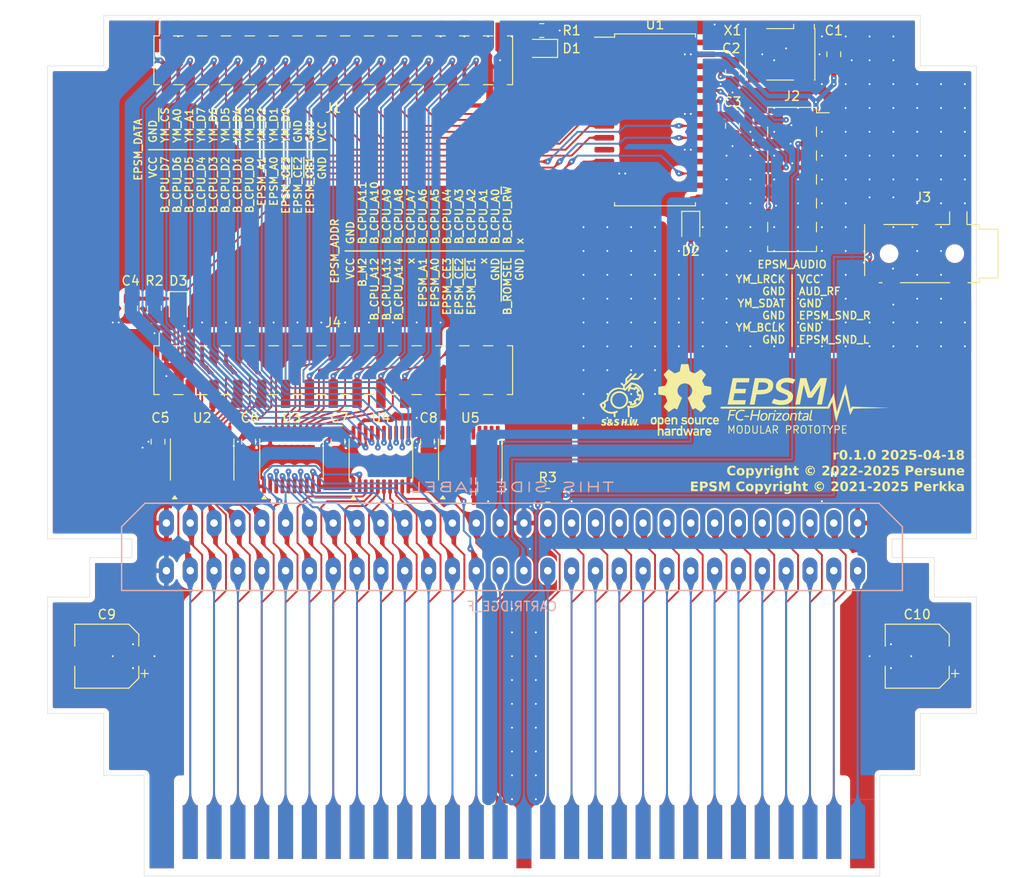
<source format=kicad_pcb>
(kicad_pcb (version 20241229) (generator "pcbnew") (generator_version "9.0")
  (title_block (title "EPSM - Modular Famicom H Connector") (date "2025-04-18") (rev "r0.1.0") (company "Persune") (comment 1 "Copyright © 2022-2025 Persune") (comment 2 "EPSM Copyright © 2021-2025 Perkka"))
  (layers (0 "F.Cu" mixed) (2 "B.Cu" mixed) (13 "F.Paste" user) (15 "B.Paste" user) (5 "F.SilkS" user "F.Silkscreen") (7 "B.SilkS" user "B.Silkscreen") (1 "F.Mask" user) (3 "B.Mask" user) (25 "Edge.Cuts" user))
  (net 0 "")
  (net 1 "GND")
  (net 2 "VCC")
  (net 3 "/CPU_A8")
  (net 4 "/CPU_A11")
  (net 5 "/PPU_D2")
  (net 6 "/CPU_A1")
  (net 7 "/CPU_D6")
  (net 8 "/CPU_D2")
  (net 9 "/PPU_D0")
  (net 10 "/CPU_A14")
  (net 11 "/CPU_D4")
  (net 12 "/CPU_D7")
  (net 13 "/CPU_A4")
  (net 14 "/AUD_2A03")
  (net 15 "/PPU_A9")
  (net 16 "/PPU_~{RD}")
  (net 17 "/PPU_A1")
  (net 18 "/PPU_A6")
  (net 19 "/CPU_D3")
  (net 20 "/PPU_D3")
  (net 21 "/PPU_A12")
  (net 22 "/PPU_A10")
  (net 23 "/PPU_A5")
  (net 24 "/PPU_D7")
  (net 25 "/PPU_A3")
  (net 26 "/PPU_A4")
  (net 27 "/CPU_A12")
  (net 28 "/CPU_A0")
  (net 29 "/PPU_D5")
  (net 30 "/CIRAM_~{CE}")
  (net 31 "/PPU_D6")
  (net 32 "/~{ROMSEL}")
  (net 33 "/PPU_~{WR}")
  (net 34 "/PPU_A13")
  (net 35 "/CPU_R~{W}")
  (net 36 "/PPU_A0")
  (net 37 "/~{IRQ}")
  (net 38 "/PPU_A8")
  (net 39 "/M2")
  (net 40 "/CPU_A10")
  (net 41 "/CPU_A3")
  (net 42 "/CPU_D5")
  (net 43 "/CPU_A2")
  (net 44 "/PPU_A2")
  (net 45 "/PPU_A11")
  (net 46 "/CPU_A13")
  (net 47 "/CIRAM_A10")
  (net 48 "/PPU_D4")
  (net 49 "/CPU_A9")
  (net 50 "/CPU_D1")
  (net 51 "/PPU_A7")
  (net 52 "/CPU_A5")
  (net 53 "/PPU_~{A13}")
  (net 54 "/CPU_A6")
  (net 55 "/PPU_D1")
  (net 56 "/CPU_A7")
  (net 57 "/CPU_D0")
  (net 58 "/AUD_RF")
  (net 59 "/AUD_EPSM")
  (net 60 "/EPSM_SND_R")
  (net 61 "/~{RESET}")
  (net 62 "Net-(J3-PadR1N)")
  (net 63 "/EPSM_SND_L")
  (net 64 "/B_M2")
  (net 67 "/B_CPU_A7")
  (net 68 "/B_~{ROMSEL}")
  (net 69 "/B_CPU_A14")
  (net 70 "/B_CPU_A0")
  (net 71 "/EPSM_~{CE1}")
  (net 72 "/B_CPU_A3")
  (net 73 "/EPSM_~{CE2}")
  (net 74 "/B_CPU_A12")
  (net 75 "/B_CPU_A9")
  (net 76 "/EPSM_CE3")
  (net 77 "/B_CPU_A6")
  (net 78 "/B_CPU_A4")
  (net 79 "/EPSM_A1")
  (net 80 "/B_CPU_A5")
  (net 81 "/EPSM_A0")
  (net 82 "/B_CPU_A2")
  (net 83 "/B_CPU_A11")
  (net 84 "/B_CPU_A1")
  (net 85 "/B_CPU_A8")
  (net 86 "/B_CPU_R~{W}")
  (net 87 "/B_CPU_A13")
  (net 88 "/B_CPU_A10")
  (net 89 "/YM_D6")
  (net 90 "/YM_D1")
  (net 91 "/B_CPU_D0")
  (net 92 "/YM_D3")
  (net 93 "/B_CPU_D2")
  (net 94 "/YM_D7")
  (net 95 "/B_CPU_D6")
  (net 96 "/B_CPU_D4")
  (net 97 "/B_CPU_D5")
  (net 98 "/YM_~{CS}")
  (net 99 "/YM_D5")
  (net 100 "/YM_D2")
  (net 101 "/YM_A0")
  (net 102 "/YM_D0")
  (net 103 "/YM_A1")
  (net 104 "/B_CPU_D7")
  (net 105 "/B_CPU_D1")
  (net 106 "/YM_D4")
  (net 107 "/B_CPU_D3")
  (net 108 "/YM_LRCK")
  (net 109 "/YM_BCLK")
  (net 110 "/YM_SDAT")
  (net 111 "Net-(U1-FMOSC)")
  (net 120 "Net-(D2-K)")
  (net 122 "Net-(D1-A)")
  (footprint "Oscillator:Oscillator_SMD_Abracon_ASV-4Pin_7.0x5.1mm" (layer "F.Cu") (at 155.575 50.165 180)
    (property "Reference" "X1")
    (property "Value" "SG-8002CA")
  )
  (footprint "Connector_PinSocket_2.54mm:PinSocket_2x15_P2.54mm_Vertical_SMD" (layer "F.Cu") (at 107.95 50.8 90)
    (property "Reference" "J1")
    (property "Value" "EPSM_DATA")
  )
  (footprint "EPSM YMF288 Modular Famicom Horizontal:EPSM_silkscreen" (layer "F.Cu") (at 158.115 86.995)
    (property "Reference" "Ref**" (hide yes))
    (property "Value" "Val**" (hide yes))
  )
  (footprint "Capacitor_SMD:C_0805_2012Metric_Pad1.18x1.45mm_HandSolder" (layer "F.Cu") (at 108.458 91.44 90)
    (property "Reference" "C7")
    (property "Value" "0.1uF")
  )
  (footprint "Connector_PinSocket_2.54mm:PinSocket_2x15_P2.54mm_Vertical_SMD" (layer "F.Cu") (at 107.95 83.82 90)
    (property "Reference" "J4")
    (property "Value" "EPSM_ADDR")
  )
  (footprint "EPSM YMF288 Modular Famicom Horizontal:SOP-28_8.4x18.1mm_P1.27mm" (layer "F.Cu") (at 142.24 57.15)
    (property "Reference" "U1")
    (property "Value" "YMF288")
  )
  (footprint "Connector_PinSocket_2.54mm:PinSocket_2x06_P2.54mm_Vertical_SMD" (layer "F.Cu") (at 156.845 63.5)
    (property "Reference" "J2")
    (property "Value" "EPSM_AUDIO")
  )
  (footprint "Package_SO:TSSOP-20_4.4x6.5mm_P0.65mm" (layer "F.Cu") (at 113.03 93.345 90)
    (property "Reference" "U4")
    (property "Value" "74HCT541")
  )
  (footprint "Package_SO:TSSOP-20_4.4x6.5mm_P0.65mm" (layer "F.Cu") (at 122.555 93.345 90)
    (property "Reference" "U5")
    (property "Value" "74HCT541")
  )
  (footprint "Package_SO:TSSOP-20_4.4x6.5mm_P0.65mm" (layer "F.Cu") (at 93.98 93.345 90)
    (property "Reference" "U2")
    (property "Value" "74HCT541")
  )
  (footprint "Diode_SMD:D_0805_2012Metric" (layer "F.Cu") (at 146.05 68.58 -90)
    (property "Reference" "D2")
    (property "Value" "CD4148WSP")
  )
  (footprint "EPSM YMF288 Modular Famicom Horizontal:Jack_3.5mm_PJ311_Horizontal" (layer "F.Cu") (at 176.78 71.4 -90)
    (property "Reference" "J3")
    (property "Value" "EPSM_SND_OUT")
  )
  (footprint "Fiducial:Fiducial_0.5mm_Mask1.5mm" (layer "F.Cu") (at 138.43 86.995)
    (property "Reference" "REF**" (hide yes))
    (property "Value" "Fiducial_0.5mm_Mask1.5mm" (hide yes))
  )
  (footprint "Capacitor_SMD:C_0805_2012Metric_Pad1.18x1.45mm_HandSolder" (layer "F.Cu") (at 89.281 91.44 90)
    (property "Reference" "C5")
    (property "Value" "0.1uF")
  )
  (footprint "Fiducial:Fiducial_0.5mm_Mask1.5mm" (layer "F.Cu") (at 85.09 47.625)
    (property "Reference" "REF**" (hide yes))
    (property "Value" "Fiducial_0.5mm_Mask1.5mm" (hide yes))
  )
  (footprint "Diode_SMD:D_0805_2012Metric" (layer "F.Cu") (at 91.44 77.1375 -90)
    (property "Reference" "D3")
    (property "Value" "CD4148WSP")
  )
  (footprint "LED_SMD:LED_0805_2012Metric" (layer "F.Cu") (at 130.175 49.53406 180)
    (property "Reference" "D1")
    (property "Value" "LED")
  )
  (footprint "EPSM YMF288 Modular Famicom Horizontal:maustech icon fiducial 0-50mm 1-50mm" (layer "F.Cu") (at 138.43 86.995)
    (property "Reference" "svg2mod" (hide yes))
    (property "Value" "G***" (hide yes))
  )
  (footprint "Capacitor_SMD:C_0805_2012Metric_Pad1.18x1.45mm_HandSolder" (layer "F.Cu") (at 86.36 77.2375 -90)
    (property "Reference" "C4")
    (property "Value" "5n")
  )
  (footprint "Capacitor_SMD:C_0805_2012Metric_Pad1.18x1.45mm_HandSolder" (layer "F.Cu") (at 117.983 91.44 90)
    (property "Reference" "C8")
    (property "Value" "0.1uF")
  )
  (footprint "Capacitor_SMD:C_0805_2012Metric_Pad1.18x1.45mm_HandSolder" (layer "F.Cu") (at 150.495 52.07 90)
    (property "Reference" "C2")
    (property "Value" "0.1uF")
  )
  (footprint "Fiducial:Fiducial_0.5mm_Mask1.5mm" (layer "F.Cu") (at 85.725 125.095)
    (property "Reference" "REF**" (hide yes))
    (property "Value" "Fiducial_0.5mm_Mask1.5mm" (hide yes))
  )
  (footprint "Resistor_SMD:R_0805_2012Metric_Pad1.20x1.40mm_HandSolder" (layer "F.Cu") (at 130.175 47.628061 180)
    (property "Reference" "R1")
    (property "Value" "330")
  )
  (footprint "EPSM YMF288 Modular Famicom Horizontal:oshw-logo" (layer "F.Cu") (at 145.415 86.995)
    (property "Reference" "Ref**" (hide yes))
    (property "Value" "Val**" (hide yes))
  )
  (footprint "EPSM YMF288 Modular Famicom Horizontal:HVC-ETROM-01" (layer "F.Cu") (at 127 127)
    (property "Reference" "J5")
    (property "Value" "CONSOLE_M")
  )
  (footprint "Capacitor_SMD:C_0805_2012Metric_Pad1.18x1.45mm_HandSolder" (layer "F.Cu") (at 161.29 50.165 90)
    (property "Reference" "C1")
    (property "Value" "68pF")
  )
  (footprint "Resistor_SMD:R_0805_2012Metric_Pad1.20x1.40mm_HandSolder" (layer "F.Cu") (at 130.81 97.155 180)
    (property "Reference" "R3")
    (property "Value" "1K")
  )
  (footprint "Capacitor_SMD:C_0805_2012Metric_Pad1.18x1.45mm_HandSolder" (layer "F.Cu") (at 98.933 91.44 90)
    (property "Reference" "C6")
    (property "Value" "0.1uF")
  )
  (footprint "Capacitor_SMD:C_0805_2012Metric_Pad1.18x1.45mm_HandSolder" (layer "F.Cu") (at 150.495 57.785 90)
    (property "Reference" "C3")
    (property "Value" "0.1uF")
  )
  (footprint "Capacitor_SMD:CP_Elec_6.3x5.4" (layer "F.Cu") (at 170.18 114.3 180)
    (property "Reference" "C10")
    (property "Value" "100uF")
  )
  (footprint "Capacitor_SMD:CP_Elec_6.3x5.4" (layer "F.Cu") (at 83.82 114.3 180)
    (property "Reference" "C9")
    (property "Value" "100uF")
  )
  (footprint "Package_SO:TSSOP-20_4.4x6.5mm_P0.65mm" (layer "F.Cu") (at 103.505 93.345 90)
    (property "Reference" "U3")
    (property "Value" "74HCT541")
  )
  (footprint "EPSM YMF288 Modular Famicom Horizontal:qr" (layer "F.Cu") (at 171.45 86.995)
    (property "Reference" "Ref**" (hide yes))
    (property "Value" "Val**" (hide yes))
  )
  (footprint "Resistor_SMD:R_0805_2012Metric_Pad1.20x1.40mm_HandSolder" (layer "F.Cu") (at 88.9 77.2 -90)
    (property "Reference" "R2")
    (property "Value" "1K")
  )
  (footprint "EPSM YMF288 Modular Famicom Horizontal:FC_CONN_F" (layer "B.Cu") (at 127 102.65)
    (property "Reference" "J6")
    (property "Value" "CARTRIDGE_F")
  )
  (gr_line (start 128.27 71.12) (end 109.22 71.12) (stroke (width 0.15)) (layer "F.SilkS"))
  (gr_line (start 107.315 60.325) (end 88.265 60.325) (stroke (width 0.15)) (layer "F.SilkS"))
  (gr_line (start 156.845 73.66) (end 156.845 81.28) (stroke (width 0.15)) (layer "F.SilkS"))
  (gr_line (start 170.5 46) (end 170.5 51.4) (stroke (width 0.05)) (layer "Edge.Cuts"))
  (gr_line (start 77.5 51.4) (end 83.5 51.4) (stroke (width 0.05)) (layer "Edge.Cuts"))
  (gr_line (start 83.5 51.4) (end 83.5 46) (stroke (width 0.05)) (layer "Edge.Cuts"))
  (gr_line (start 172 108) (end 176.5 108) (stroke (width 0.05)) (layer "Edge.Cuts"))
  (gr_line (start 176.5 51.4) (end 176.5 101.8) (stroke (width 0.05)) (layer "Edge.Cuts"))
  (gr_line (start 77.5 108) (end 82 108) (stroke (width 0.05)) (layer "Edge.Cuts"))
  (gr_line (start 82 103.8) (end 86.5 103.8) (stroke (width 0.05)) (layer "Edge.Cuts"))
  (gr_line (start 167.5 101.8) (end 167.5 103.8) (stroke (width 0.05)) (layer "Edge.Cuts"))
  (gr_line (start 83.5 120.4) (end 77.5 120.4) (stroke (width 0.05)) (layer "Edge.Cuts"))
  (gr_line (start 170.5 120.4) (end 170.5 127) (stroke (width 0.05)) (layer "Edge.Cuts"))
  (gr_line (start 166.2 127) (end 166.2 137.7) (stroke (width 0.05)) (layer "Edge.Cuts"))
  (gr_line (start 167.5 103.8) (end 172 103.8) (stroke (width 0.05)) (layer "Edge.Cuts"))
  (gr_line (start 87.8 137.7) (end 87.8 127) (stroke (width 0.05)) (layer "Edge.Cuts"))
  (gr_line (start 176.5 101.8) (end 167.5 101.8) (stroke (width 0.05)) (layer "Edge.Cuts"))
  (gr_line (start 83.5 127) (end 83.5 120.4) (stroke (width 0.05)) (layer "Edge.Cuts"))
  (gr_line (start 172 103.8) (end 172 108) (stroke (width 0.05)) (layer "Edge.Cuts"))
  (gr_line (start 87.8 127) (end 83.5 127) (stroke (width 0.05)) (layer "Edge.Cuts"))
  (gr_line (start 82 108) (end 82 103.8) (stroke (width 0.05)) (layer "Edge.Cuts"))
  (gr_line (start 77.5 101.8) (end 77.5 51.4) (stroke (width 0.05)) (layer "Edge.Cuts"))
  (gr_line (start 176.5 120.4) (end 170.5 120.4) (stroke (width 0.05)) (layer "Edge.Cuts"))
  (gr_line (start 176.5 51.4) (end 170.5 51.4) (stroke (width 0.05)) (layer "Edge.Cuts"))
  (gr_line (start 86.5 103.8) (end 86.5 101.8) (stroke (width 0.05)) (layer "Edge.Cuts"))
  (gr_line (start 176.5 108) (end 176.5 120.4) (stroke (width 0.05)) (layer "Edge.Cuts"))
  (gr_line (start 77.5 120.4) (end 77.5 108) (stroke (width 0.05)) (layer "Edge.Cuts"))
  (gr_line (start 86.5 101.8) (end 77.5 101.8) (stroke (width 0.05)) (layer "Edge.Cuts"))
  (gr_line (start 83.5 46) (end 170.5 46) (stroke (width 0.05)) (layer "Edge.Cuts"))
  (gr_line (start 170.5 127) (end 166.2 127) (stroke (width 0.05)) (layer "Edge.Cuts"))
  (gr_line (start 166.2 137.7) (end 87.8 137.7) (stroke (width 0.05)) (layer "Edge.Cuts"))
  (gr_text "${242dcf53-68a3-47e1-b52a-b10f584bb2d8:SHORT_NET_NAME(1)}\n${242dcf53-68a3-47e1-b52a-b10f584bb2d8:SHORT_NET_NAME(3)}\n${242dcf53-68a3-47e1-b52a-b10f584bb2d8:SHORT_NET_NAME(5)}\n${242dcf53-68a3-47e1-b52a-b10f584bb2d8:SHORT_NET_NAME(7)}\n${242dcf53-68a3-47e1-b52a-b10f584bb2d8:SHORT_NET_NAME(9)}\n${242dcf53-68a3-47e1-b52a-b10f584bb2d8:SHORT_NET_NAME(11)}\n${242dcf53-68a3-47e1-b52a-b10f584bb2d8:SHORT_NET_NAME(13)}\n${242dcf53-68a3-47e1-b52a-b10f584bb2d8:SHORT_NET_NAME(15)}\n${242dcf53-68a3-47e1-b52a-b10f584bb2d8:SHORT_NET_NAME(17)}\n${242dcf53-68a3-47e1-b52a-b10f584bb2d8:SHORT_NET_NAME(19)}\n${242dcf53-68a3-47e1-b52a-b10f584bb2d8:SHORT_NET_NAME(21)}\n${242dcf53-68a3-47e1-b52a-b10f584bb2d8:SHORT_NET_NAME(23)}\n${242dcf53-68a3-47e1-b52a-b10f584bb2d8:SHORT_NET_NAME(25)}\n${242dcf53-68a3-47e1-b52a-b10f584bb2d8:SHORT_NET_NAME(27)}\nx" (at 128.27 70.485 90) (layer "F.SilkS") (effects (font (size 0.8 0.8) (thickness 0.15) (bold yes)) (justify left bottom)))
  (gr_text "${3ac67ab5-fd37-4904-87da-f945acaba61e:SHORT_NET_NAME(2)}\n${3ac67ab5-fd37-4904-87da-f945acaba61e:SHORT_NET_NAME(4)}\n${3ac67ab5-fd37-4904-87da-f945acaba61e:SHORT_NET_NAME(6)}\n${3ac67ab5-fd37-4904-87da-f945acaba61e:SHORT_NET_NAME(8)}\n${3ac67ab5-fd37-4904-87da-f945acaba61e:SHORT_NET_NAME(10)}\n${3ac67ab5-fd37-4904-87da-f945acaba61e:SHORT_NET_NAME(12)}" (at 156.21 73.66 0) (layer "F.SilkS") (effects (font (size 0.8 0.8) (thickness 0.15) (bold yes)) (justify right top)))
  (gr_text "MODULAR PROTOTYPE" (at 149.86 90.17 0) (layer "F.SilkS") (effects (font (size 0.8 0.8) (thickness 0.1)) (justify left)))
  (gr_text "${3ac67ab5-fd37-4904-87da-f945acaba61e:SHORT_NET_NAME(1)}\n${3ac67ab5-fd37-4904-87da-f945acaba61e:SHORT_NET_NAME(3)}\n${3ac67ab5-fd37-4904-87da-f945acaba61e:SHORT_NET_NAME(5)}\n${3ac67ab5-fd37-4904-87da-f945acaba61e:SHORT_NET_NAME(7)}\n${3ac67ab5-fd37-4904-87da-f945acaba61e:SHORT_NET_NAME(9)}\n${3ac67ab5-fd37-4904-87da-f945acaba61e:SHORT_NET_NAME(11)}" (at 157.48 73.66 0) (layer "F.SilkS") (effects (font (size 0.8 0.8) (thickness 0.15) (bold yes)) (justify left top)))
  (gr_text "${13d315c8-c48c-4f14-87e2-8fcc46545fb9:SHORT_NET_NAME(2)}\n${13d315c8-c48c-4f14-87e2-8fcc46545fb9:SHORT_NET_NAME(4)}\n${13d315c8-c48c-4f14-87e2-8fcc46545fb9:SHORT_NET_NAME(6)}\n${13d315c8-c48c-4f14-87e2-8fcc46545fb9:SHORT_NET_NAME(8)}\n${13d315c8-c48c-4f14-87e2-8fcc46545fb9:SHORT_NET_NAME(10)}\n${13d315c8-c48c-4f14-87e2-8fcc46545fb9:SHORT_NET_NAME(12)}\n${13d315c8-c48c-4f14-87e2-8fcc46545fb9:SHORT_NET_NAME(14)}\n${13d315c8-c48c-4f14-87e2-8fcc46545fb9:SHORT_NET_NAME(16)}\n${13d315c8-c48c-4f14-87e2-8fcc46545fb9:SHORT_NET_NAME(18)}\n${13d315c8-c48c-4f14-87e2-8fcc46545fb9:SHORT_NET_NAME(20)}\n${13d315c8-c48c-4f14-87e2-8fcc46545fb9:SHORT_NET_NAME(22)}\n${13d315c8-c48c-4f14-87e2-8fcc46545fb9:SHORT_NET_NAME(24)}\n${13d315c8-c48c-4f14-87e2-8fcc46545fb9:SHORT_NET_NAME(26)}\n${13d315c8-c48c-4f14-87e2-8fcc46545fb9:SHORT_NET_NAME(28)}\n${13d315c8-c48c-4f14-87e2-8fcc46545fb9:SHORT_NET_NAME(30)}" (at 88.265 60.96 90) (layer "F.SilkS") (effects (font (size 0.8 0.8) (thickness 0.15) (bold yes)) (justify right top)))
  (gr_text "${3ac67ab5-fd37-4904-87da-f945acaba61e:VALUE}" (at 156.845 73.025 0) (layer "F.SilkS") (effects (font (size 0.8 0.8) (thickness 0.15) (bold yes)) (justify bottom)))
  (gr_text "${242dcf53-68a3-47e1-b52a-b10f584bb2d8:SHORT_NET_NAME(2)}\n${242dcf53-68a3-47e1-b52a-b10f584bb2d8:SHORT_NET_NAME(4)}\n${242dcf53-68a3-47e1-b52a-b10f584bb2d8:SHORT_NET_NAME(6)}\n${242dcf53-68a3-47e1-b52a-b10f584bb2d8:SHORT_NET_NAME(8)}\n${242dcf53-68a3-47e1-b52a-b10f584bb2d8:SHORT_NET_NAME(10)}\nx\n${242dcf53-68a3-47e1-b52a-b10f584bb2d8:SHORT_NET_NAME(14)}\n${242dcf53-68a3-47e1-b52a-b10f584bb2d8:SHORT_NET_NAME(16)}\n${242dcf53-68a3-47e1-b52a-b10f584bb2d8:SHORT_NET_NAME(18)}\n${242dcf53-68a3-47e1-b52a-b10f584bb2d8:SHORT_NET_NAME(20)}\n${242dcf53-68a3-47e1-b52a-b10f584bb2d8:SHORT_NET_NAME(22)}\nx\n${242dcf53-68a3-47e1-b52a-b10f584bb2d8:SHORT_NET_NAME(26)}\n${242dcf53-68a3-47e1-b52a-b10f584bb2d8:SHORT_NET_NAME(28)}\n${242dcf53-68a3-47e1-b52a-b10f584bb2d8:SHORT_NET_NAME(30)}" (at 128.27 71.755 90) (layer "F.SilkS") (effects (font (size 0.8 0.8) (thickness 0.15) (bold yes)) (justify right bottom)))
  (gr_text "${REVISION} ${ISSUE_DATE}\n${COMMENT1}\n${COMMENT2}" (at 175.26 94.615 0) (layer "F.SilkS") (effects (font (size 1 1) (thickness 0.2) (bold yes)) (justify right)))
  (gr_text "${13d315c8-c48c-4f14-87e2-8fcc46545fb9:SHORT_NET_NAME(1)}\n${13d315c8-c48c-4f14-87e2-8fcc46545fb9:SHORT_NET_NAME(3)}\n${13d315c8-c48c-4f14-87e2-8fcc46545fb9:SHORT_NET_NAME(5)}\n${13d315c8-c48c-4f14-87e2-8fcc46545fb9:SHORT_NET_NAME(7)}\n${13d315c8-c48c-4f14-87e2-8fcc46545fb9:SHORT_NET_NAME(9)}\n${13d315c8-c48c-4f14-87e2-8fcc46545fb9:SHORT_NET_NAME(11)}\n${13d315c8-c48c-4f14-87e2-8fcc46545fb9:SHORT_NET_NAME(13)}\n${13d315c8-c48c-4f14-87e2-8fcc46545fb9:SHORT_NET_NAME(15)}\n${13d315c8-c48c-4f14-87e2-8fcc46545fb9:SHORT_NET_NAME(17)}\n${13d315c8-c48c-4f14-87e2-8fcc46545fb9:SHORT_NET_NAME(19)}\n${13d315c8-c48c-4f14-87e2-8fcc46545fb9:SHORT_NET_NAME(21)}\n${13d315c8-c48c-4f14-87e2-8fcc46545fb9:SHORT_NET_NAME(23)}\n${13d315c8-c48c-4f14-87e2-8fcc46545fb9:SHORT_NET_NAME(25)}\n${13d315c8-c48c-4f14-87e2-8fcc46545fb9:SHORT_NET_NAME(27)}\n${13d315c8-c48c-4f14-87e2-8fcc46545fb9:SHORT_NET_NAME(29)}" (at 88.265 59.69 90) (layer "F.SilkS") (effects (font (size 0.8 0.8) (thickness 0.15) (bold yes)) (justify left top)))
  (gr_text "${242dcf53-68a3-47e1-b52a-b10f584bb2d8:VALUE}" (at 108.585 71.12 90) (layer "F.SilkS") (effects (font (size 0.8 0.8) (thickness 0.15) (bold yes)) (justify bottom)))
  (gr_text "${13d315c8-c48c-4f14-87e2-8fcc46545fb9:VALUE}" (at 87.63 60.325 90) (layer "F.SilkS") (effects (font (size 0.8 0.8) (thickness 0.15) (bold yes)) (justify bottom)))
  (segment (start 99.695 91.44) (end 98.933 92.4775) (width 0.5) (layer "F.Cu") (net 1))
  (segment (start 91.705 89.165) (end 91.44 88.9) (width 0.4) (layer "F.Cu") (net 1))
  (segment (start 133.465 97.675) (end 133.35 97.79) (width 0.5) (layer "F.Cu") (net 1))
  (segment (start 119.63 96.2075) (end 119.63 95.246) (width 0.4) (layer "F.Cu") (net 1))
  (segment (start 110.755 89.651) (end 111.252 89.154) (width 0.4) (layer "F.Cu") (net 1))
  (segment (start 121.58 95.209) (end 121.793 94.996) (width 0.4) (layer "F.Cu") (net 1))
  (segment (start 100.58 96.2075) (end 100.58 95.5) (width 0.4) (layer "F.Cu") (net 1))
  (segment (start 110.105 95.373) (end 109.855 95.123) (width 0.4) (layer "F.Cu") (net 1))
  (segment (start 133.465 96.67) (end 133.465 97.675) (width 0.5) (layer "F.Cu") (net 1))
  (segment (start 149.225 53.34) (end 150.495 53.1075) (width 0.5) (layer "F.Cu") (net 1))
  (segment (start 110.755 90.4825) (end 110.755 89.651) (width 0.4) (layer "F.Cu") (net 1))
  (segment (start 149.89128 55.654813) (end 150.495 55.051093) (width 0.5) (layer "F.Cu") (net 1))
  (segment (start 154.325 59.69) (end 154.801374 59.69) (width 0.5) (layer "F.Cu") (net 1))
  (segment (start 115.955 96.2075) (end 115.955 95.373) (width 0.4) (layer "F.Cu") (net 1))
  (segment (start 114.173 89.154) (end 114.427 88.9) (width 0.4) (layer "F.Cu") (net 1))
  (segment (start 91.705 90.4825) (end 91.705 89.165) (width 0.4) (layer "F.Cu") (net 1))
  (segment (start 101.23 90.4825) (end 101.23 91.694) (width 0.4) (layer "F.Cu") (net 1))
  (segment (start 110.755 90.4825) (end 110.755 91.683) (width 0.4) (layer "F.Cu") (net 1))
  (segment (start 108.458 92.4775) (end 109.22 91.44) (width 0.5) (layer "F.Cu") (net 1))
  (segment (start 106.43 96.2075) (end 106.43 95.246) (width 0.4) (layer "F.Cu") (net 1))
  (segment (start 96.905 96.2075) (end 96.905 95.246) (width 0.4) (layer "F.Cu") (net 1))
  (segment (start 91.055 96.2075) (end 91.055 95.246) (width 0.4) (layer "F.Cu") (net 1))
  (segment (start 96.905 95.246) (end 97.155 94.996) (width 0.4) (layer "F.Cu") (net 1))
  (segment (start 120.28 90.4825) (end 120.28 91.81) (width 0.4) (layer "F.Cu") (net 1))
  (segment (start 121.58 96.2075) (end 121.58 95.209) (width 0.4) (layer "F.Cu") (net 1))
  (segment (start 100.58 95.5) (end 100.203 95.123) (width 0.4) (layer "F.Cu") (net 1))
  (segment (start 91.705 90.4825) (end 91.705 91.694) (width 0.4) (layer "F.Cu") (net 1))
  (segment (start 167.38 114.3) (end 165.1 114.3) (width 0.5) (layer "F.Cu") (net 1))
  (segment (start 91.055 95.246) (end 90.805 94.996) (width 0.4) (layer "F.Cu") (net 1))
  (segment (start 106.43 95.246) (end 106.68 94.996) (width 0.4) (layer "F.Cu") (net 1))
  (segment (start 150.495 55.051093) (end 150.495 54.229) (width 0.5) (layer "F.Cu") (net 1))
  (segment (start 106.68 94.996) (end 106.807 94.996) (width 0.4) (layer "F.Cu") (net 1))
  (segment (start 110.755 91.683) (end 110.236 92.202) (width 0.4) (layer "F.Cu") (net 1))
  (segment (start 111.252 89.154) (end 114.173 89.154) (width 0.4) (layer "F.Cu") (net 1))
  (segment (start 120.28 90.4825) (end 120.28 89.292) (width 0.4) (layer "F.Cu") (net 1))
  (segment (start 159.365 67.31) (end 159.725 67.31) (width 0.5) (layer "F.Cu") (net 1))
  (segment (start 110.105 96.2075) (end 110.105 95.373) (width 0.4) (layer "F.Cu") (net 1))
  (segment (start 119.63 95.246) (end 119.38 94.996) (width 0.4) (layer "F.Cu") (net 1))
  (segment (start 167.38 113.03) (end 167.38 114.3) (width 0.5) (layer "F.Cu") (net 1))
  (segment (start 133.35 96.555) (end 133.465 96.67) (width 0.5) (layer "F.Cu") (net 1))
  (segment (start 115.955 95.373) (end 116.205 95.123) (width 0.4) (layer "F.Cu") (net 1))
  (segment (start 90.17 81.3) (end 90.17 81.28) (width 0.5) (layer "F.Cu") (net 1))
  (segment (start 167.38 114.3) (end 169.545 114.3) (width 0.5) (layer "F.Cu") (net 1))
  (segment (start 117.983 92.4775) (end 118.745 91.44) (width 0.5) (layer "F.Cu") (net 1))
  (segment (start 167.38 115.57) (end 167.38 114.3) (width 0.5) (layer "F.Cu") (net 1))
  (segment (start 120.28 89.292) (end 120.142 89.154) (width 0.4) (layer "F.Cu") (net 1))
  (via (at 154.94 76.2) (size 0.6) (drill 0.2) (layers "F.Cu" "B.Cu") (net 1))
  (via (at 116.84 78.74) (size 0.6) (drill 0.2) (layers "F.Cu" "B.Cu") (net 1))
  (via (at 160.02 68.58) (size 0.6) (drill 0.2) (layers "F.Cu" "B.Cu") (net 1))
  (via (at 153.67 50.165) (size 0.6) (drill 0.2) (layers "F.Cu" "B.Cu") (net 1))
  (via (at 157.48 81.28) (size 0.6) (drill 0.2) (layers "F.Cu" "B.Cu") (net 1))
  (via (at 124.46 97.79) (size 0.6) (drill 0.2) (layers "F.Cu" "B.Cu") (net 1))
  (via (at 116.84 88.9) (size 0.6) (drill 0.2) (layers "F.Cu" "B.Cu") (net 1))
  (via (at 127 111.76) (size 0.6) (drill 0.2) (layers "F.Cu" "B.Cu") (net 1))
  (via (at 149.86 78.74) (size 0.6) (drill 0.2) (layers "F.Cu" "B.Cu") (net 1))
  (via (at 128.905 102.87) (size 0.6) (drill 0.2) (layers "F.Cu" "B.Cu") (net 1))
  (via (at 91.44 48.26) (size 0.6) (drill 0.2) (layers "F.Cu" "B.Cu") (net 1))
  (via (at 167.64 63.5) (size 0.6) (drill 0.2) (layers "F.Cu" "B.Cu") (net 1))
  (via (at 88.9 79.883) (size 0.6) (drill 0.2) (layers "F.Cu" "B.Cu") (net 1))
  (via (at 160.02 48.26) (size 0.6) (drill 0.2) (layers "F.Cu" "B.Cu") (net 1))
  (via (at 157.48 63.5) (size 0.6) (drill 0.2) (layers "F.Cu" "B.Cu") (net 1))
  (via (at 170.18 73.66) (size 0.6) (drill 0.2) (layers "F.Cu" "B.Cu") (net 1))
  (via (at 167.64 48.26) (size 0.6) (drill 0.2) (layers "F.Cu" "B.Cu") (net 1))
  (via (at 175.26 55.88) (size 0.6) (drill 0.2) (layers "F.Cu" "B.Cu") (net 1))
  (via (at 129.54 127) (size 0.6) (drill 0.2) (layers "F.Cu" "B.Cu") (net 1))
  (via (at 127 116.84) (size 0.6) (drill 0.2) (layers "F.Cu" "B.Cu") (net 1))
  (via (at 165.1 65.405) (size 0.6) (drill 0.2) (layers "F.Cu" "B.Cu") (net 1))
  (via (at 157.48 78.74) (size 0.6) (drill 0.2) (layers "F.Cu" "B.Cu") (net 1))
  (via (at 167.64 78.74) (size 0.6) (drill 0.2) (layers "F.Cu" "B.Cu") (net 1))
  (via (at 175.26 58.42) (size 0.6) (drill 0.2) (layers "F.Cu" "B.Cu") (net 1))
  (via (at 127 119.38) (size 0.6) (drill 0.2) (layers "F.Cu" "B.Cu") (net 1))
  (via (at 99.695 91.44) (size 0.6) (drill 0.2) (layers "F.Cu" "B.Cu") (net 1))
  (via (at 172.72 81.28) (size 0.6) (drill 0.2) (layers "F.Cu" "B.Cu") (net 1))
  (via (at 167.64 81.28) (size 0.6) (drill 0.2) (layers "F.Cu" "B.Cu") (net 1))
  (via (at 167.64 55.88) (size 0.6) (drill 0.2) (layers "F.Cu" "B.Cu") (net 1))
  (via (at 152.4 73.66) (size 0.6) (drill 0.2) (layers "F.Cu" "B.Cu") (net 1))
  (via (at 170.18 63.5) (size 0.6) (drill 0.2) (layers "F.Cu" "B.Cu") (net 1))
  (via (at 167.64 76.835) (size 0.6) (drill 0.2) (layers "F.Cu" "B.Cu") (net 1))
  (via (at 127 127) (size 0.6) (drill 0.2) (layers "F.Cu" "B.Cu") (net 1))
  (via (at 157.48 55.88) (size 0.6) (drill 0.2) (layers "F.Cu" "B.Cu") (net 1))
  (via (at 93.98 78.74) (size 0.6) (drill 0.2) (layers "F.Cu" "B.Cu") (net 1))
  (via (at 170.18 81.28) (size 0.6) (drill 0.2) (layers "F.Cu" "B.Cu") (net 1))
  (via (at 170.18 60.96) (size 0.6) (drill 0.2) (layers "F.Cu" "B.Cu") (net 1))
  (via (at 129.54 116.84) (size 0.6) (drill 0.2) (layers "F.Cu" "B.Cu") (net 1))
  (via (at 152.4 68.58) (size 0.6) (drill 0.2) (layers "F.Cu" "B.Cu") (net 1))
  (via (at 154.94 60.96) (size 0.6) (drill 0.2) (layers "F.Cu" "B.Cu") (net 1))
  (via (at 167.38 113.03) (size 0.6) (drill 0.2) (layers "F.Cu" "B.Cu") (net 1))
  (via (at 109.22 91.44) (size 0.6) (drill 0.2) (layers "F.Cu" "B.Cu") (net 1))
  (via (at 162.56 73.66) (size 0.6) (drill 0.2) (layers "F.Cu" "B.Cu") (net 1))
  (via (at 175.26 60.96) (size 0.6) (drill 0.2) (layers "F.Cu" "B.Cu") (net 1))
  (via (at 167.64 60.96) (size 0.6) (drill 0.2) (layers "F.Cu" "B.Cu") (net 1))
  (via (at 156.865745 61.77174) (size 0.6) (drill 0.2) (layers "F.Cu" "B.Cu") (net 1))
  (via (at 164.499997 72.355) (size 0.6) (drill 0.2) (layers "F.Cu" "B.Cu") (net 1))
  (via (at 156.679997 59.69) (size 0.6) (drill 0.2) (layers "F.Cu" "B.Cu") (net 1))
  (via (at 149.86 73.66) (size 0.6) (drill 0.2) (layers "F.Cu" "B.Cu") (net 1))
  (via (at 144.78 78.74) (size 0.6) (drill 0.2) (layers "F.Cu" "B.Cu") (net 1))
  (via (at 172.72 76.2) (size 0.6) (drill 0.2) (layers "F.Cu" "B.Cu") (net 1))
  (via (at 152.4 60.96) (size 0.6) (drill 0.2) (layers "F.Cu" "B.Cu") (net 1))
  (via (at 175.26 78.74) (size 0.6) (drill 0.2) (layers "F.Cu" "B.Cu") (net 1))
  (via (at 133.35 96.555) (size 0.6) (drill 0.2) (layers "F.Cu" "B.Cu") (net 1))
  (via (at 164.548799 71.155) (size 0.6) (drill 0.2) (layers "F.Cu" "B.Cu") (net 1))
  (via (at 159.766 50.165) (size 0.6) (drill 0.2) (layers "F.Cu" "B.Cu") (net 1))
  (via (at 149.86 60.96) (size 0.6) (drill 0.2) (layers "F.Cu" "B.Cu") (net 1))
  (via (at 156.775687 57.715687) (size 0.6) (drill 0.2) (layers "F.Cu" "B.Cu") (net 1))
  (via (at 152.4 58.42) (size 0.6) (drill 0.2) (layers "F.Cu" "B.Cu") (net 1))
  (via (at 149.86 68.58) (size 0.6) (drill 0.2) (layers "F.Cu" "B.Cu") (net 1))
  (via (at 165.1 60.96) (size 0.6) (drill 0.2) (layers "F.Cu" "B.Cu") (net 1))
  (via (at 172.72 66.04) (size 0.6) (drill 0.2) (layers "F.Cu" "B.Cu") (net 1))
  (via (at 157.48 76.2) (size 0.6) (drill 0.2) (layers "F.Cu" "B.Cu") (net 1))
  (via (at 172.72 78.74) (size 0.6) (drill 0.2) (layers "F.Cu" "B.Cu") (net 1))
  (via (at 148.59 46.99) (size 0.6) (drill 0.2) (layers "F.Cu" "B.Cu") (net 1))
  (via (at 167.64 68.58) (size 0.6) (drill 0.2) (layers "F.Cu" "B.Cu") (net 1))
  (via (at 126.365 96.52) (size 0.6) (drill 0.2) (layers "F.Cu" "B.Cu") (net 1))
  (via (at 169.545 114.3) (size 0.6) (drill 0.2) (layers "F.Cu" "B.Cu") (net 1))
  (via (at 165.1 114.3) (size 0.6) (drill 0.2) (layers "F.Cu" "B.Cu") (net 1))
  (via (at 152.4 78.74) (size 0.6) (drill 0.2) (layers "F.Cu" "B.Cu") (net 1))
  (via (at 144.78 73.66) (size 0.6) (drill 0.2) (layers "F.Cu" "B.Cu") (net 1))
  (via (at 163.195 50.8) (size 0.6) (drill 0.2) (layers "F.Cu" "B.Cu") (net 1))
  (via (at 118.745 91.44) (size 0.6) (drill 0.2) (layers "F.Cu" "B.Cu") (net 1))
  (via (at 175.26 66.04) (size 0.6) (drill 0.2) (layers "F.Cu" "B.Cu") (net 1))
  (via (at 147.32 73.66) (size 0.6) (drill 0.2) (layers "F.Cu" "B.Cu") (net 1))
  (via (at 165.1 63.5) (size 0.6) (drill 0.2) (layers "F.Cu" "B.Cu") (net 1))
  (via (at 170.18 71.12) (size 0.6) (drill 0.2) (layers "F.Cu" "B.Cu") (net 1))
  (via (at 147.32 81.28) (size 0.6) (drill 0.2) (layers "F.Cu" "B.Cu") (net 1))
  (via (at 167.64 50.8) (size 0.6) (drill 0.2) (layers "F.Cu" "B.Cu") (net 1))
  (via (at 165.1 81.28) (size 0.6) (drill 0.2) (layers "F.Cu" "B.Cu") (net 1))
  (via (at 160.02 73.66) (size 0.6) (drill 0.2) (layers "F.Cu" "B.Cu") (net 1))
  (via (at 154.94 81.28) (size 0.6) (drill 0.2) (layers "F.Cu" "B.Cu") (net 1))
  (via (at 127 114.3) (size 0.6) (drill 0.2) (layers "F.Cu" "B.Cu") (net 1))
  (via (at 165.1 53.34) (size 0.6) (drill 0.2) (layers "F.Cu" "B.Cu") (net 1))
  (via (at 170.18 66.04) (size 0.6) (drill 0.2) (layers "F.Cu" "B.Cu") (net 1))
  (via (at 167.38 115.57) (size 0.6) (drill 0.2) (layers "F.Cu" "B.Cu") (net 1))
  (via (at 129.54 111.76) (size 0.6) (drill 0.2) (layers "F.Cu" "B.Cu") (net 1))
  (via (at 133.35 97.79) (size 0.6) (drill 0.2) (layers "F.Cu" "B.Cu") (net 1))
  (via (at 149.86 81.28) (size 0.6) (drill 0.2) (layers "F.Cu" "B.Cu") (net 1))
  (via (at 144.78 76.2) (size 0.6) (drill 0.2) (layers "F.Cu" "B.Cu") (net 1))
  (via (at 129.54 129.54) (size 0.6) (drill 0.2) (layers "F.Cu" "B.Cu") (net 1))
  (via (at 170.18 78.74) (size 0.6) (drill 0.2) (layers "F.Cu" "B.Cu") (net 1))
  (via (at 121.92 48.26) (size 0.6) (drill 0.2) (layers "F.Cu" "B.Cu") (net 1))
  (via (at 162.56 53.34) (size 0.6) (drill 0.2) (layers "F.Cu" "B.Cu") (net 1))
  (via (at 165.1 48.26) (size 0.6) (drill 0.2) (layers "F.Cu" "B.Cu") (net 1))
  (via (at 175.26 63.5) (size 0.6) (drill 0.2) (layers "F.Cu" "B.Cu") (net 1))
  (via (at 129.54 121.92) (size 0.6) (drill 0.2) (layers "F.Cu" "B.Cu") (net 1))
  (via (at 101.6 78.74) (size 0.6) (drill 0.2) (layers "F.Cu" "B.Cu") (net 1))
  (via (at 149.86 63.5) (size 0.6) (drill 0.2) (layers "F.Cu" "B.Cu") (net 1))
  (via (at 127 109.22) (size 0.6) (drill 0.2) (layers "F.Cu" "B.Cu") (net 1))
  (via (at 169.672 68.58) (size 0.6) (drill 0.2) (layers "F.Cu" "B.Cu") (net 1))
  (via (at 162.56 63.5) (size 0.6) (drill 0.2) (layers "F.Cu" "B.Cu") (net 1))
  (via (at 119.38 48.26) (size 0.6) (drill 0.2) (layers "F.Cu" "B.Cu") (net 1))
  (via (at 172.72 73.66) (size 0.6) (drill 0.2) (layers "F.Cu" "B.Cu") (net 1))
  (via (at 170.18 58.42) (size 0.6) (drill 0.2) (layers "F.Cu" "B.Cu") (net 1))
  (via (at 160.02 58.42) (size 0.6) (drill 0.2) (layers "F.Cu" "B.Cu") (net 1))
  (via (at 170.18 55.88) (size 0.6) (drill 0.2) (layers "F.Cu" "B.Cu") (net 1))
  (via (at 147.32 68.58) (size 0.6) (drill 0.2) (layers "F.Cu" "B.Cu") (net 1))
  (via (at 124.46 48.26) (size 0.6) (drill 0.2) (layers "F.Cu" "B.Cu") (net 1))
  (via (at 154.94 71.12) (size 0.6) (drill 0.2) (layers "F.Cu" "B.Cu") (net 1))
  (via (at 154.94 50.8) (size 0.6) (drill 0.2) (layers "F.Cu" "B.Cu") (net 1))
  (via (at 109.22 78.74) (size 0.6) (drill 0.2) (layers "F.Cu" "B.Cu") (net 1))
  (via (at 160.02 53.34) (size 0.6) (drill 0.2) (layers "F.Cu" "B.Cu") (net 1))
  (via (at 150.495 59.944) (size 0.6) (drill 0.2) (layers "F.Cu" "B.Cu") (net 1))
  (via (at 160.02 60.96) (size 0.6) (drill 0.2) (layers "F.Cu" "B.Cu") (net 1))
  (via (at 149.225 53.34) (size 0.6) (drill 0.2) (layers "F.Cu" "B.Cu") (net 1))
  (via (at 167.604644 72.989644) (size 0.6) (drill 0.2) (layers "F.Cu" "B.Cu") (net 1))
  (via (at 172.72 53.34) (size 0.6) (drill 0.2) (layers "F.Cu" "B.Cu") (net 1))
  (via (at 152.4 55.88) (size 0.6) (drill 0.2) (layers "F.Cu" "B.Cu") (net 1))
  (via (at 114.3 78.74) (size 0.6) (drill 0.2) (layers "F.Cu" "B.Cu") (net 1))
  (via (at 104.14 78.74) (size 0.6) (drill 0.2) (layers "F.Cu" "B.Cu") (net 1))
  (via (at 160.02 71.12) (size 0.6) (drill 0.2) (layers "F.Cu" "B.Cu") (net 1))
  (via (at 144.78 81.28) (size 0.6) (drill 0.2) (layers "F.Cu" "B.Cu") (net 1))
  (via (at 167.64 53.34) (size 0.6) (drill 0.2) (layers "F.Cu" "B.Cu") (net 1))
  (via (at 147.32 78.74) (size 0.6) (drill 0.2) (layers "F.Cu" "B.Cu") (net 1))
  (via (at 160.02 78.74) (size 0.6) (drill 0.2) (layers "F.Cu" "B.Cu") (net 1))
  (via (at 127 121.92) (size 0.6) (drill 0.2) (layers "F.Cu" "B.Cu") (net 1))
  (via (at 162.56 68.58) (size 0.6) (drill 0.2) (layers "F.Cu" "B.Cu") (net 1))
  (via (at 172.72 58.42) (size 0.6) (drill 0.2) (layers "F.Cu" "B.Cu") (net 1))
  (via (at 162.56 60.96) (size 0.6) (drill 0.2) (layers "F.Cu" "B.Cu") (net 1))
  (via (at 160.02 66.04) (size 0.6) (drill 0.2) (layers "F.Cu" "B.Cu") (net 1))
  (via (at 172.72 55.88) (size 0.6) (drill 0.2) (layers "F.Cu" "B.Cu") (net 1))
  (via (at 99.06 78.74) (size 0.6) (drill 0.2) (layers "F.Cu" "B.Cu") (net 1))
  (via (at 147.32 76.2) (size 0.6) (drill 0.2) (layers "F.Cu" "B.Cu") (net 1))
  (via (at 149.86 66.04) (size 0.6) (drill 0.2) (layers "F.Cu" "B.Cu") (net 1))
  (via (at 154.94 73.66) (size 0.6) (drill 0.2) (layers "F.Cu" "B.Cu") (net 1))
  (via (at 149.86 76.2) (size 0.6) (drill 0.2) (layers "F.Cu" "B.Cu") (net 1))
  (via (at 165.1 78.74) (size 0.6) (drill 0.2) (layers "F.Cu" "B.Cu") (net 1))
  (via (at 119.38 78.74) (size 0.6) (drill 0.2) (layers "F.Cu" "B.Cu") (net 1))
  (via (at 106.68 78.74) (size 0.6) (drill 0.2) (layers "F.Cu" "B.Cu") (net 1))
  (via (at 151.13 46.99) (size 0.6) (drill 0.2) (layers "F.Cu" "B.Cu") (net 1))
  (via (at 175.26 81.28) (size 0.6) (drill 0.2) (layers "F.Cu" "B.Cu") (net 1))
  (via (at 154.94 63.5) (size 0.6) (drill 0.2) (layers "F.Cu" "B.Cu") (net 1))
  (via (at 157.48 68.58) (size 0.6) (drill 0.2) (layers "F.Cu" "B.Cu") (net 1))
  (via (at 152.4 76.2) (size 0.6) (drill 0.2) (layers "F.Cu" "B.Cu") (net 1))
  (via (at 170.18 53.34) (size 0.6) (drill 0.2) (layers "F.Cu" "B.Cu") (net 1))
  (via (at 127 124.46) (size 0.6) (drill 0.2) (layers "F.Cu" "B.Cu") (net 1))
  (via (at 152.4 63.5) (size 0.6) (drill 0.2) (layers "F.Cu" "B.Cu") (net 1))
  (via (at 170.18 76.2) (size 0.6) (drill 0.2) (layers "F.Cu" "B.Cu") (net 1))
  (via (at 165.1 58.42) (size 0.6) (drill 0.2) (layers "F.Cu" "B.Cu") (net 1))
  (via (at 129.54 124.46) (size 0.6) (drill 0.2) (layers "F.Cu" "B.Cu") (net 1))
  (via (at 92.075 79.121) (size 0.6) (drill 0.2) (layers "F.Cu" "B.Cu") (net 1))
  (via (at 162.56 71.12) (size 0.6) (drill 0.2) (layers "F.Cu" "B.Cu") (net 1))
  (via (at 162.56 58.42) (size 0.6) (drill 0.2) (layers "F.Cu" "B.Cu") (net 1))
  (via (at 149.89128 55.654813) (size 0.6) (drill 0.2) (layers "F.Cu" "B.Cu") (net 1))
  (via (at 154.94 55.88) (size 0.6) (drill 0.2) (layers "F.Cu" "B.Cu") (net 1))
  (via (at 129.54 114.3) (size 0.6) (drill 0.2) (layers "F.Cu" "B.Cu") (net 1))
  (via (at 144.78 71.12) (size 0.6) (drill 0.2) (layers "F.Cu" "B.Cu") (net 1))
  (via (at 160.02 76.2) (size 0.6) (drill 0.2) (layers "F.Cu" "B.Cu") (net 1))
  (via (at 175.26 53.34) (size 0.6) (drill 0.2) (layers "F.Cu" "B.Cu") (net 1))
  (via (at 162.56 78.74) (size 0.6) (drill 0.2) (layers "F.Cu" "B.Cu") (net 1))
  (via (at 154.94 68.58) (size 0.6) (drill 0.2) (layers "F.Cu" "B.Cu") (net 1))
  (via (at 165.1 50.8) (size 0.6) (drill 0.2) (layers "F.Cu" "B.Cu") (net 1))
  (via (at 162.56 66.04) (size 0.6) (drill 0.2) (layers "F.Cu" "B.Cu") (net 1))
  (via (at 128.96355 98.342706) (size 0.6) (drill 0.2) (layers "F.Cu" "B.Cu") (net 1))
  (via (at 154.94 78.74) (size 0.6) (drill 0.2) (layers "F.Cu" "B.Cu") (net 1))
  (via (at 160.02 63.5) (size 0.6) (drill 0.2) (layers "F.Cu" "B.Cu") (net 1))
  (via (at 146.715641 70.928762) (size 0.6) (drill 0.2) (layers "F.Cu" "B.Cu") (net 1))
  (via (at 165.1 55.88) (size 0.6) (drill 0.2) (layers "F.Cu" "B.Cu") (net 1))
  (via (at 157.48 66.04) (size 0.6) (drill 0.2) (layers "F.Cu" "B.Cu") (net 1))
  (via (at 172.72 68.58) (size 0.6) (drill 0.2) (layers "F.Cu" "B.Cu") (net 1))
  (via (at 156.21 49.53) (size 0.6) (drill 0.2) (layers "F.Cu" "B.Cu") (net 1))
  (via (at 111.76 78.74) (size 0.6) (drill 0.2) (layers "F.Cu" "B.Cu") (net 1))
  (via (at 150.495 54.229) (size 0.6) (drill 0.2) (layers "F.Cu" "B.Cu") (net 1))
  (via (at 160.02 81.28) (size 0.6) (drill 0.2) (layers "F.Cu" "B.Cu") (net 1))
  (via (at 162.56 55.88) (size 0.6) (drill 0.2) (layers "F.Cu" "B.Cu") (net 1))
  (via (at 162.56 81.28) (size 0.6) (drill 0.2) (layers "F.Cu" "B.Cu") (net 1))
  (via (at 149.86 71.12) (size 0.6) (drill 0.2) (layers "F.Cu" "B.Cu") (net 1))
  (via (at 152.4 71.12) (size 0.6) (drill 0.2) (layers "F.Cu" "B.Cu") (net 1))
  (via (at 167.64 58.42) (size 0.6) (drill 0.2) (layers "F.Cu" "B.Cu") (net 1))
  (via (at 155.125003 66.294) (size 0.6) (drill 0.2) (layers "F.Cu" "B.Cu") (net 1))
  (via (at 167.64 65.405) (size 0.6) (drill 0.2) (layers "F.Cu" "B.Cu") (net 1))
  (via (at 172.72 63.5) (size 0.6) (drill 0.2) (layers "F.Cu" "B.Cu") (net 1))
  (via (at 154.94 58.42) (size 0.6) (drill 0.2) (layers "F.Cu" "B.Cu") (net 1))
  (via (at 96.52 78.74) (size 0.6) (drill 0.2) (layers "F.Cu" "B.Cu") (net 1))
  (via (at 157.48 73.66) (size 0.6) (drill 0.2) (layers "F.Cu" "B.Cu") (net 1))
  (via (at 172.72 60.96) (size 0.6) (drill 0.2) (layers "F.Cu" "B.Cu") (net 1))
  (via (at 162.56 48.26) (size 0.6) (drill 0.2) (layers "F.Cu" "B.Cu") (net 1))
  (via (at 160.02 97.79) (size 0.6) (drill 0.2) (layers "F.Cu" "B.Cu") (net 1))
  (via (at 152.4 81.28) (size 0.6) (drill 0.2) (layers "F.Cu" "B.Cu") (net 1))
  (via (at 127 129.54) (size 0.6) (drill 0.2) (layers "F.Cu" "B.Cu") (net 1))
  (via (at 152.4 66.04) (size 0.6) (drill 0.2) (layers "F.Cu" "B.Cu") (net 1))
  (via (at 129.54 119.38) (size 0.6) (drill 0.2) (layers "F.Cu" "B.Cu") (net 1))
  (via (at 172.72 71.12) (size 0.6) (drill 0.2) (layers "F.Cu" "B.Cu") (net 1))
  (via (at 162.56 76.2) (size 0.6) (drill 0.2) (layers "F.Cu" "B.Cu") (net 1))
  (via (at 157.48 71.12) (size 0.6) (drill 0.2) (layers "F.Cu" "B.Cu") (net 1))
  (segment (start 132.076939 47.628061) (end 132.08 47.625) (width 0.5) (layer "F.Cu") (net 2))
  (segment (start 86.62 114.3) (end 84.455 114.3) (width 0.5) (layer "F.Cu") (net 2))
  (segment (start 159.385 55.88) (end 159.365 57.15) (width 0.5) (layer "F.Cu") (net 2))
  (segment (start 89.535 50.8) (end 90.17 51.435) (width 0.5) (layer "F.Cu") (net 2))
  (segment (start 149.225 56.515) (end 150.495 56.7475) (width 0.5) (layer "F.Cu") (net 2))
  (segment (start 146.05 50.165) (end 145.415 50.165) (width 0.5) (layer "F.Cu") (net 2))
  (segment (start 90.17 86.34) (end 90.17 88.265) (width 0.5) (layer "F.Cu") (net 2))
  (segment (start 127 48.28) (end 125.73 48.28) (width 0.5) (layer "F.Cu") (net 2))
  (segment (start 161.29 53.34) (end 161.29 52.705) (width 0.5) (layer "F.Cu") (net 2))
  (segment (start 138.43 62.865) (end 139.065 62.865) (width 0.5) (layer "F.Cu") (net 2))
  (segment (start 149.6275 50.165) (end 150.495 51.0325) (width 0.5) (layer "F.Cu") (net 2))
  (segment (start 147.64 56.515) (end 146.05 56.515) (width 0.5) (layer "F.Cu") (net 2))
  (segment (start 89.281 90.4025) (end 88.265 91.44) (width 0.5) (layer "F.Cu") (net 2))
  (segment (start 108.458 90.77) (end 107.985 90.77) (width 0.5) (layer "F.Cu") (net 2))
  (segment (start 106.8705 91.8845) (end 107.315 91.44) (width 0.5) (layer "F.Cu") (net 2))
  (segment (start 147.64 50.165) (end 149.6275 50.165) (width 0.5) (layer "F.Cu") (net 2))
  (segment (start 118.063 90.4825) (end 117.983 90.4025) (width 0.4) (layer "F.Cu") (net 2))
  (segment (start 147.64 50.165) (end 146.05 50.165) (width 0.5) (layer "F.Cu") (net 2))
  (segment (start 89.361 90.4825) (end 89.281 90.4025) (width 0.4) (layer "F.Cu") (net 2))
  (segment (start 88.9 50.8) (end 89.535 50.8) (width 0.5) (layer "F.Cu") (net 2))
  (segment (start 100.58 90.4825) (end 99.013 90.4825) (width 0.4) (layer "F.Cu") (net 2))
  (segment (start 97.3455 91.8845) (end 97.79 91.44) (width 0.5) (layer "F.Cu") (net 2))
  (segment (start 145.415 56.515) (end 146.05 56.515) (width 0.5) (layer "F.Cu") (net 2))
  (segment (start 119.63 90.4825) (end 118.063 90.4825) (width 0.4) (layer "F.Cu") (net 2))
  (segment (start 158.115 52.165) (end 161.29 51.2025) (width 0.5) (layer "F.Cu") (net 2))
  (segment (start 97.79 91.44) (end 98.933 90.4025) (width 0.5) (layer "F.Cu") (net 2))
  (segment (start 108.538 90.4825) (end 108.458 90.4025) (width 0.4) (layer "F.Cu") (net 2))
  (segment (start 146.05 60.325) (end 145.415 60.325) (width 0.5) (layer "F.Cu") (net 2))
  (segment (start 91.055 90.4825) (end 89.361 90.4825) (width 0.4) (layer "F.Cu") (net 2))
  (segment (start 108.458 90.4025) (end 107.315 91.44) (width 0.4) (layer "F.Cu") (net 2))
  (segment (start 86.62 113.03) (end 86.62 114.3) (width 0.5) (layer "F.Cu") (net 2))
  (segment (start 110.105 90.4825) (end 108.538 90.4825) (width 0.4) (layer "F.Cu") (net 2))
  (segment (start 116.713 92.075) (end 116.84 91.44) (width 0.5) (layer "F.Cu") (net 2))
  (segment (start 88.265 91.44) (end 87.63 92.075) (width 0.5) (layer "F.Cu") (net 2))
  (segment (start 99.013 90.4825) (end 98.933 90.4025) (width 0.4) (layer "F.Cu") (net 2))
  (segment (start 159.385 55.245) (end 159.385 55.88) (width 0.5) (layer "F.Cu") (net 2))
  (segment (start 161.29 52.705) (end 161.29 51.2025) (width 0.5) (layer "F.Cu") (net 2))
  (segment (start 159.365 57.15) (end 159.365 57.379339) (width 0.5) (layer "F.Cu") (net 2))
  (segment (start 125.73 50.8) (end 125.73 48.28) (width 0.5) (layer "F.Cu") (net 2))
  (segment (start 147.64 56.515) (end 149.225 56.515) (width 0.5) (layer "F.Cu") (net 2))
  (segment (start 86.62 115.57) (end 86.62 114.3) (width 0.5) (layer "F.Cu") (net 2))
  (segment (start 147.64 60.325) (end 146.05 60.325) (width 0.5) (layer "F.Cu") (net 2))
  (segment (start 90.17 86.34) (end 90.17 84.455) (width 0.5) (layer "F.Cu") (net 2))
  (segment (start 90.17 51.435) (end 90.17 53.32) (width 0.5) (layer "F.Cu") (net 2))
  (segment (start 116.84 91.44) (end 117.983 90.4025) (width 0.5) (layer "F.Cu") (net 2))
  (segment (start 86.62 114.3) (end 88.9 114.3) (width 0.5) (layer "F.Cu") (net 2))
  (segment (start 131.175 47.628061) (end 132.076939 47.628061) (width 0.5) (layer "F.Cu") (net 2))
  (segment (start 136.84 62.865) (end 138.43 62.865) (width 0.5) (layer "F.Cu") (net 2))
  (segment (start 86.36 78.275) (end 85.09 78.74) (width 0.4) (layer "F.Cu") (net 2))
  (segment (start 85.09 78.74) (end 84.455 78.74) (width 0.4) (layer "F.Cu") (net 2))
  (via (at 137.16 68.58) (size 0.6) (drill 0.2) (layers "F.Cu" "B.Cu") (net 2))
  (via (at 88.9 114.3) (size 0.6) (drill 0.2) (layers "F.Cu" "B.Cu") (net 2))
  (via (at 85.09 78.74) (size 0.6) (drill 0.2) (layers "F.Cu" "B.Cu") (net 2))
  (via (at 107.315 91.44) (size 0.6) (drill 0.2) (layers "F.Cu" "B.Cu") (net 2))
  (via (at 139.7 71.12) (size 0.6) (drill 0.2) (layers "F.Cu" "B.Cu") (net 2))
  (via (at 89.535 50.8) (size 0.6) (drill 0.2) (layers "F.Cu" "B.Cu") (net 2))
  (via (at 139.7 83.82) (size 0.6) (drill 0.2) (layers "F.Cu" "B.Cu") (net 2))
  (via (at 142.24 78.74) (size 0.6) (drill 0.2) (layers "F.Cu" "B.Cu") (net 2))
  (via (at 134.62 81.28) (size 0.6) (drill 0.2) (layers "F.Cu" "B.Cu") (net 2))
  (via (at 139.7 76.2) (size 0.6) (drill 0.2) (layers "F.Cu" "B.Cu") (net 2))
  (via (at 161.29 53.34) (size 0.6) (drill 0.2) (layers "F.Cu" "B.Cu") (net 2))
  (via (at 137.16 88.9) (size 0.6) (drill 0.2) (layers "F.Cu" "B.Cu") (net 2))
  (via (at 146.05 56.515) (size 0.6) (drill 0.2) (layers "F.Cu" "B.Cu") (net 2))
  (via (at 88.265 91.44) (size 0.6) (drill 0.2) (layers "F.Cu" "B.Cu") (net 2))
  (via (at 132.08 47.625) (size 0.6) (drill 0.2) (layers "F.Cu" "B.Cu") (net 2))
  (via (at 139.065 62.865) (size 0.6) (drill 0.2) (layers "F.Cu" "B.Cu") (net 2))
  (via (at 139.7 88.9) (size 0.6) (drill 0.2) (layers "F.Cu" "B.Cu") (net 2))
  (via (at 137.16 86.36) (size 0.6) (drill 0.2) (layers "F.Cu" "B.Cu") (net 2))
  (via (at 134.62 78.74) (size 0.6) (drill 0.2) (layers "F.Cu" "B.Cu") (net 2))
  (via (at 142.24 83.82) (size 0.6) (drill 0.2) (layers "F.Cu" "B.Cu") (net 2))
  (via (at 142.24 88.9) (size 0.6) (drill 0.2) (layers "F.Cu" "B.Cu") (net 2))
  (via (at 137.16 71.12) (size 0.6) (drill 0.2) (layers "F.Cu" "B.Cu") (net 2))
  (via (at 116.713 92.075) (size 0.6) (drill 0.2) (layers "F.Cu" "B.Cu") (net 2))
  (via (at 145.415 60.325) (size 0.6) (drill 0.2) (layers "F.Cu" "B.Cu") (net 2))
  (via (at 146.05 50.165) (size 0.6) (drill 0.2) (layers "F.Cu" "B.Cu") (net 2))
  (via (at 134.62 76.2) (size 0.6) (drill 0.2) (layers "F.Cu" "B.Cu") (net 2))
  (via (at 145.415 50.165) (size 0.6) (drill 0.2) (layers "F.Cu" "B.Cu") (net 2))
  (via (at 139.7 86.36) (size 0.6) (drill 0.2) (layers "F.Cu" "B.Cu") (net 2))
  (via (at 142.24 71.12) (size 0.6) (drill 0.2) (layers "F.Cu" "B.Cu") (net 2))
  (via (at 87.63 92.075) (size 0.6) (drill 0.2) (layers "F.Cu" "B.Cu") (net 2))
  (via (at 137.16 73.66) (size 0.6) (drill 0.2) (layers "F.Cu" "B.Cu") (net 2))
  (via (at 134.62 86.36) (size 0.6) (drill 0.2) (layers "F.Cu" "B.Cu") (net 2))
  (via (at 134.62 71.12) (size 0.6) (drill 0.2) (layers "F.Cu" "B.Cu") (net 2))
  (via (at 90.17 84.455) (size 0.6) (drill 0.2) (layers "F.Cu" "B.Cu") (net 2))
  (via (at 97.79 91.44) (size 0.6) (drill 0.2) (layers "F.Cu" "B.Cu") (net 2))
  (via (at 161.29 52.705) (size 0.6) (drill 0.2) (layers "F.Cu" "B.Cu") (net 2))
  (via (at 90.17 88.265) (size 0.6) (drill 0.2) (layers "F.Cu" "B.Cu") (net 2))
  (via (at 137.16 81.28) (size 0.6) (drill 0.2) (layers "F.Cu" "B.Cu") (net 2))
  (via (at 125.73 50.8) (size 0.6) (drill 0.2) (layers "F.Cu" "B.Cu") (net 2))
  (via (at 137.16 83.82) (size 0.6) (drill 0.2) (layers "F.Cu" "B.Cu") (net 2))
  (via (at 142.24 86.36) (size 0.6) (drill 0.2) (layers "F.Cu" "B.Cu") (net 2))
  (via (at 84.455 78.74) (size 0.6) (drill 0.2) (layers "F.Cu" "B.Cu") (net 2))
  (via (at 159.385 55.245) (size 0.6) (drill 0.2) (layers "F.Cu" "B.Cu") (net 2))
  (via (at 146.05 60.325) (size 0.6) (drill 0.2) (layers "F.Cu" "B.Cu") (net 2))
  (via (at 139.7 78.74) (size 0.6) (drill 0.2) (layers "F.Cu" "B.Cu") (net 2))
  (via (at 139.7 73.66) (size 0.6) (drill 0.2) (layers "F.Cu" "B.Cu") (net 2))
  (via (at 97.3455 91.8845) (size 0.6) (drill 0.2) (layers "F.Cu" "B.Cu") (net 2))
  (via (at 142.24 68.58) (size 0.6) (drill 0.2) (layers "F.Cu" "B.Cu") (net 2))
  (via (at 134.62 68.58) (size 0.6) (drill 0.2) (layers "F.Cu" "B.Cu") (net 2))
  (via (at 88.9 50.8) (size 0.6) (drill 0.2) (layers "F.Cu" "B.Cu") (net 2))
  (via (at 139.7 68.58) (size 0.6) (drill 0.2) (layers "F.Cu" "B.Cu") (net 2))
  (via (at 142.24 81.28) (size 0.6) (drill 0.2) (layers "F.Cu" "B.Cu") (net 2))
  (via (at 134.62 73.66) (size 0.6) (drill 0.2) (layers "F.Cu" "B.Cu") (net 2))
  (via (at 137.16 76.2) (size 0.6) (drill 0.2) (layers "F.Cu" "B.Cu") (net 2))
  (via (at 86.62 115.57) (size 0.6) (drill 0.2) (layers "F.Cu" "B.Cu") (net 2))
  (via (at 138.43 62.865) (size 0.6) (drill 0.2) (layers "F.Cu" "B.Cu") (net 2))
  (via (at 86.62 113.03) (size 0.6) (drill 0.2) (layers "F.Cu" "B.Cu") (net 2))
  (via (at 134.62 83.82) (size 0.6) (drill 0.2) (layers "F.Cu" "B.Cu") (net 2))
  (via (at 84.455 114.3) (size 0.6) (drill 0.2) (layers "F.Cu" "B.Cu") (net 2))
  (via (at 134.62 88.9) (size 0.6) (drill 0.2) (layers "F.Cu" "B.Cu") (net 2))
  (via (at 145.415 56.515) (size 0.6) (drill 0.2) (layers "F.Cu" "B.Cu") (net 2))
  (via (at 139.7 81.28) (size 0.6) (drill 0.2) (layers "F.Cu" "B.Cu") (net 2))
  (via (at 142.24 76.2) (size 0.6) (drill 0.2) (layers "F.Cu" "B.Cu") (net 2))
  (via (at 137.16 78.74) (size 0.6) (drill 0.2) (layers "F.Cu" "B.Cu") (net 2))
  (via (at 159.385 55.88) (size 0.6) (drill 0.2) (layers "F.Cu" "B.Cu") (net 2))
  (via (at 106.8705 91.8845) (size 0.6) (drill 0.2) (layers "F.Cu" "B.Cu") (net 2))
  (via (at 116.84 91.44) (size 0.6) (drill 0.2) (layers "F.Cu" "B.Cu") (net 2))
  (via (at 142.24 73.66) (size 0.6) (drill 0.2) (layers "F.Cu" "B.Cu") (net 2))
  (via (at 127 48.28) (size 0.6) (drill 0.2) (layers "F.Cu" "B.Cu") (net 2))
  (segment (start 116.713 92.075) (end 116.713 92.583) (width 0.5) (layer "B.Cu") (net 2))
  (segment (start 161.29 53.34) (end 161.29 52.705) (width 0.5) (layer "B.Cu") (net 2))
  (segment (start 154.305 54.61) (end 149.86 50.165) (width 0.5) (layer "B.Cu") (net 2))
  (segment (start 106.8705 91.8845) (end 106.8705 92.71) (width 0.5) (layer "B.Cu") (net 2))
  (segment (start 146.05 56.515) (end 145.415 56.515) (width 0.5) (layer "B.Cu") (net 2))
  (segment (start 159.385 55.245) (end 158.75 54.61) (width 0.5) (layer "B.Cu") (net 2))
  (segment (start 149.86 50.165) (end 145.415 50.165) (width 0.5) (layer "B.Cu") (net 2))
  (segment (start 159.385 55.245) (end 161.29 53.34) (width 0.5) (layer "B.Cu") (net 2))
  (segment (start 106.8705 91.8845) (end 107.315 91.44) (width 0.5) (layer "B.Cu") (net 2))
  (segment (start 116.713 92.075) (end 116.84 91.44) (width 0.5) (layer "B.Cu") (net 2))
  (segment (start 89.535 50.8) (end 88.9 50.8) (width 0.5) (layer "B.Cu") (net 2))
  (segment (start 159.385 55.245) (end 159.385 55.88) (width 0.5) (layer "B.Cu") (net 2))
  (segment (start 158.75 54.61) (end 154.305 54.61) (width 0.5) (layer "B.Cu") (net 2))
  (segment (start 100.33 108.585) (end 100.33 133.05) (width 0.2) (layer "F.Cu") (net 3))
  (segment (start 98.806 97.663) (end 100.33 99.187) (width 0.2) (layer "F.Cu") (net 3))
  (segment (start 101.6 107.315) (end 100.33 108.585) (width 0.2) (layer "F.Cu") (net 3))
  (segment (start 100.33 100.11) (end 100.33 102.235) (width 0.2) (layer "F.Cu") (net 3))
  (segment (start 96.255 96.2075) (end 96.255 96.863456) (width 0.2) (layer "F.Cu") (net 3))
  (segment (start 101.6 103.505) (end 101.6 107.315) (width 0.2) (layer "F.Cu") (net 3))
  (segment (start 97.054544 97.663) (end 98.806 97.663) (width 0.2) (layer "F.Cu") (net 3))
  (segment (start 96.255 96.863456) (end 97.054544 97.663) (width 0.2) (layer "F.Cu") (net 3))
  (segment (start 100.33 102.235) (end 101.6 103.505) (width 0.2) (layer "F.Cu") (net 3))
  (segment (start 100.33 99.187) (end 100.33 100.11) (width 0.2) (layer "F.Cu") (net 3))
  (segment (start 92.71 133.05) (end 92.71 108.585) (width 0.2) (layer "F.Cu") (net 4))
  (segment (start 92.71 97.536) (end 92.71 100.11) (width 0.2) (layer "F.Cu") (net 4))
  (segment (start 92.71 108.585) (end 93.98 107.315) (width 0.2) (layer "F.Cu") (net 4))
  (segment (start 92.355 96.2075) (end 92.355 97.181) (width 0.2) (layer "F.Cu") (net 4))
  (segment (start 92.71 102.235) (end 92.71 100.11) (width 0.2) (layer "F.Cu") (net 4))
  (segment (start 92.355 97.181) (end 92.71 97.536) (width 0.2) (layer "F.Cu") (net 4))
  (segment (start 93.98 103.505) (end 92.71 102.235) (width 0.2) (layer "F.Cu") (net 4))
  (segment (start 93.98 107.315) (end 93.98 103.505) (width 0.2) (layer "F.Cu") (net 4))
  (segment (start 160.02 103.505) (end 158.75 102.235) (width 0.2) (layer "F.Cu") (net 5))
  (segment (start 158.75 102.235) (end 158.75 100.11) (width 0.2) (layer "F.Cu") (net 5))
  (segment (start 158.75 133.05) (end 158.75 108.585) (width 0.2) (layer "F.Cu") (net 5))
  (segment (start 160.02 107.315) (end 160.02 103.505) (width 0.2) (layer "F.Cu") (net 5))
  (segment (start 158.75 108.585) (end 160.02 107.315) (width 0.2) (layer "F.Cu") (net 5))
  (segment (start 119.38 107.315) (end 119.38 103.505) (width 0.2) (layer "F.Cu") (net 6))
  (segment (start 118.11 102.235) (end 118.11 100.11) (width 0.2) (layer "F.Cu") (net 6))
  (segment (start 118.11 108.585) (end 119.38 107.315) (width 0.2) (layer "F.Cu") (net 6))
  (segment (start 118.11 133.05) (end 118.11 108.585) (width 0.2) (layer "F.Cu") (net 6))
  (segment (start 105.13 95.081372) (end 105.13 96.2075) (width 0.2) (layer "F.Cu") (net 6))
  (segment (start 119.38 103.505) (end 118.11 102.235) (width 0.2) (layer "F.Cu") (net 6))
  (via (at 105.13 95.081372) (size 0.6) (drill 0.2) (layers "F.Cu" "B.Cu") (net 6))
  (segment (start 114.393 96.393) (end 118.11 100.11) (width 0.2) (layer "B.Cu") (net 6))
  (segment (start 106.441628 96.393) (end 114.393 96.393) (width 0.2) (layer "B.Cu") (net 6))
  (segment (start 105.13 95.081372) (end 106.441628 96.393) (width 0.2) (layer "B.Cu") (net 6))
  (segment (start 104.14 98.425) (end 105.283 97.282) (width 0.2) (layer "F.Cu") (net 7))
  (segment (start 111.088 97.282) (end 111.405 96.965) (width 0.2) (layer "F.Cu") (net 7))
  (segment (start 105.41 105.19) (end 105.41 103.505) (width 0.2) (layer "F.Cu") (net 7))
  (segment (start 105.41 103.505) (end 104.14 102.235) (width 0.2) (layer "F.Cu") (net 7))
  (segment (start 111.405 96.965) (end 111.405 96.2075) (width 0.2) (layer "F.Cu") (net 7))
  (segment (start 105.283 97.282) (end 111.088 97.282) (width 0.2) (layer "F.Cu") (net 7))
  (segment (start 104.14 102.235) (end 104.14 98.425) (width 0.2) (layer "F.Cu") (net 7))
  (segment (start 105.41 105.19) (end 105.41 133.05) (width 0.2) (layer "B.Cu") (net 7))
  (segment (start 115.57 103.505) (end 114.3 102.235) (width 0.2) (layer "F.Cu") (net 8))
  (segment (start 115.57 105.19) (end 115.57 103.505) (width 0.2) (layer "F.Cu") (net 8))
  (segment (start 114.005 97.495) (end 114.005 96.2075) (width 0.2) (layer "F.Cu") (net 8))
  (segment (start 114.3 97.79) (end 114.005 97.495) (width 0.2) (layer "F.Cu") (net 8))
  (segment (start 114.3 102.235) (end 114.3 97.79) (width 0.2) (layer "F.Cu") (net 8))
  (segment (start 115.57 105.19) (end 115.57 133.05) (width 0.2) (layer "B.Cu") (net 8))
  (segment (start 153.67 102.235) (end 153.67 100.11) (width 0.2) (layer "F.Cu") (net 9))
  (segment (start 154.94 107.315) (end 154.94 103.505) (width 0.2) (layer "F.Cu") (net 9))
  (segment (start 154.94 103.505) (end 153.67 102.235) (width 0.2) (layer "F.Cu") (net 9))
  (segment (start 153.67 133.05) (end 153.67 108.585) (width 0.2) (layer "F.Cu") (net 9))
  (segment (start 153.67 108.585) (end 154.94 107.315) (width 0.2) (layer "F.Cu") (net 9))
  (segment (start 99.06 99.187) (end 99.06 102.235) (width 0.2) (layer "F.Cu") (net 10))
  (segment (start 99.06 102.235) (end 100.33 103.505) (width 0.2) (layer "F.Cu") (net 10))
  (segment (start 95.605 96.2075) (end 95.605 96.944999) (width 0.2) (layer "F.Cu") (net 10))
  (segment (start 96.831001 98.171) (end 98.044 98.171) (width 0.2) (layer "F.Cu") (net 10))
  (segment (start 100.33 103.505) (end 100.33 105.19) (width 0.2) (layer "F.Cu") (net 10))
  (segment (start 95.605 96.944999) (end 96.831001 98.171) (width 0.2) (layer "F.Cu") (net 10))
  (segment (start 98.044 98.171) (end 99.06 99.187) (width 0.2) (layer "F.Cu") (net 10))
  (segment (start 100.33 105.19) (end 100.33 133.05) (width 0.2) (layer "B.Cu") (net 10))
  (segment (start 112.705 96.972) (end 111.379 98.298) (width 0.2) (layer "F.Cu") (net 11))
  (segment (start 109.22 98.68) (end 109.22 102.235) (width 0.2) (layer "F.Cu") (net 11))
  (segment (start 112.705 96.2075) (end 112.705 96.972) (width 0.2) (layer "F.Cu") (net 11))
  (segment (start 109.602 98.298) (end 109.22 98.68) (width 0.2) (layer "F.Cu") (net 11))
  (segment (start 109.22 102.235) (end 110.49 103.505) (width 0.2) (layer "F.Cu") (net 11))
  (segment (start 110.49 103.505) (end 110.49 105.19) (width 0.2) (layer "F.Cu") (net 11))
  (segment (start 111.379 98.298) (end 109.602 98.298) (width 0.2) (layer "F.Cu") (net 11))
  (segment (start 110.49 105.19) (end 110.49 133.05) (width 0.2) (layer "B.Cu") (net 11))
  (segment (start 101.6 98.425) (end 101.6 102.235) (width 0.2) (layer "F.Cu") (net 12))
  (segment (start 110.745932 94.925683) (end 110.745932 96.198432) (width 0.2) (layer "F.Cu") (net 12))
  (segment (start 110.745932 96.198432) (end 110.755 96.2075) (width 0.2) (layer "F.Cu") (net 12))
  (segment (start 101.6 102.235) (end 102.87 103.505) (width 0.2) (layer "F.Cu") (net 12))
  (segment (start 102.87 103.505) (end 102.87 105.19) (width 0.2) (layer "F.Cu") (net 12))
  (segment (start 102.235 97.79) (end 101.6 98.425) (width 0.2) (layer "F.Cu") (net 12))
  (via (at 102.235 97.79) (size 0.6) (drill 0.2) (layers "F.Cu" "B.Cu") (net 12))
  (via (at 110.745932 94.925683) (size 0.6) (drill 0.2) (layers "F.Cu" "B.Cu") (net 12))
  (segment (start 102.87 105.19) (end 102.87 133.05) (width 0.2) (layer "B.Cu") (net 12))
  (segment (start 106.990683 94.925683) (end 106.08 94.015) (width 0.2) (layer "B.Cu") (net 12))
  (segment (start 105.537 94.015) (end 101.981 94.015) (width 0.2) (layer "B.Cu") (net 12))
  (segment (start 100.63 94.832843) (end 100.63 95.25) (width 0.2) (layer "B.Cu") (net 12))
  (segment (start 110.745932 94.925683) (end 106.990683 94.925683) (width 0.2) (layer "B.Cu") (net 12))
  (segment (start 101.981 94.015) (end 101.447843 94.015) (width 0.2) (layer "B.Cu") (net 12))
  (segment (start 100.63 96.185) (end 102.235 97.79) (width 0.2) (layer "B.Cu") (net 12))
  (segment (start 100.63 95.25) (end 100.63 96.185) (width 0.2) (layer "B.Cu") (net 12))
  (segment (start 106.08 94.015) (end 105.537 94.015) (width 0.2) (layer "B.Cu") (net 12))
  (segment (start 101.447843 94.015) (end 100.63 94.832843) (width 0.2) (layer "B.Cu") (net 12))
  (segment (start 110.49 108.585) (end 110.49 133.05) (width 0.2) (layer "F.Cu") (net 13))
  (segment (start 111.76 107.315) (end 110.49 108.585) (width 0.2) (layer "F.Cu") (net 13))
  (segment (start 111.76 103.505) (end 111.76 107.315) (width 0.2) (layer "F.Cu") (net 13))
  (segment (start 103.18 94.615) (end 103.18 96.2075) (width 0.2) (layer "F.Cu") (net 13))
  (segment (start 110.49 100.11) (end 110.49 102.235) (width 0.2) (layer "F.Cu") (net 13))
  (segment (start 110.49 102.235) (end 111.76 103.505) (width 0.2) (layer "F.Cu") (net 13))
  (via (at 103.18 94.615) (size 0.6) (drill 0.2) (layers "F.Cu" "B.Cu") (net 13))
  (segment (start 105.8171 97.917) (end 108.297 97.917) (width 0.2) (layer "B.Cu") (net 13))
  (segment (start 103.18 95.2799) (end 105.8171 97.917) (width 0.2) (layer "B.Cu") (net 13))
  (segment (start 108.297 97.917) (end 110.49 100.11) (width 0.2) (layer "B.Cu") (net 13))
  (segment (start 103.18 94.615) (end 103.18 95.2799) (width 0.2) (layer "B.Cu") (net 13))
  (segment (start 125.73 133.05) (end 125.73 105.19) (width 0.2) (layer "B.Cu") (net 14))
  (segment (start 143.51 133.05) (end 143.51 105.19) (width 0.2) (layer "B.Cu") (net 15))
  (segment (start 130.81 102.235) (end 130.81 100.11) (width 0.2) (layer "F.Cu") (net 16))
  (segment (start 132.08 107.315) (end 132.08 103.505) (width 0.2) (layer "F.Cu") (net 16))
  (segment (start 132.08 103.505) (end 130.81 102.235) (width 0.2) (layer "F.Cu") (net 16))
  (segment (start 130.81 133.05) (end 130.81 108.585) (width 0.2) (layer "F.Cu") (net 16))
  (segment (start 130.81 108.585) (end 132.08 107.315) (width 0.2) (layer "F.Cu") (net 16))
  (segment (start 148.59 108.585) (end 149.86 107.315) (width 0.2) (layer "F.Cu") (net 17))
  (segment (start 148.59 133.05) (end 148.59 108.585) (width 0.2) (layer "F.Cu") (net 17))
  (segment (start 149.86 103.505) (end 148.59 102.235) (width 0.2) (layer "F.Cu") (net 17))
  (segment (start 149.86 107.315) (end 149.86 103.505) (width 0.2) (layer "F.Cu") (net 17))
  (segment (start 148.59 102.235) (end 148.59 100.11) (width 0.2) (layer "F.Cu") (net 17))
  (segment (start 135.89 100.11) (end 135.89 102.235) (width 0.2) (layer "F.Cu") (net 18))
  (segment (start 135.89 102.235) (end 137.16 103.505) (width 0.2) (layer "F.Cu") (net 18))
  (segment (start 137.16 103.505) (end 137.16 107.315) (width 0.2) (layer "F.Cu") (net 18))
  (segment (start 135.89 108.585) (end 135.89 133.05) (width 0.2) (layer "F.Cu") (net 18))
  (segment (start 137.16 107.315) (end 135.89 108.585) (width 0.2) (layer "F.Cu") (net 18))
  (segment (start 113.355 97.592) (end 113.355 96.2075) (width 0.2) (layer "F.Cu") (net 19))
  (segment (start 112.649 98.298) (end 113.355 97.592) (width 0.2) (layer "F.Cu") (net 19))
  (segment (start 111.76 102.235) (end 111.76 99.187) (width 0.2) (layer "F.Cu") (net 19))
  (segment (start 111.76 99.187) (end 112.649 98.298) (width 0.2) (layer "F.Cu") (net 19))
  (segment (start 113.03 105.19) (end 113.03 103.505) (width 0.2) (layer "F.Cu") (net 19))
  (segment (start 113.03 103.505) (end 111.76 102.235) (width 0.2) (layer "F.Cu") (net 19))
  (segment (start 113.03 133.05) (end 113.03 105.19) (width 0.2) (layer "B.Cu") (net 19))
  (segment (start 161.29 133.05) (end 161.29 108.585) (width 0.2) (layer "F.Cu") (net 20))
  (segment (start 162.56 107.315) (end 162.56 103.505) (width 0.2) (layer "F.Cu") (net 20))
  (segment (start 161.29 102.235) (end 161.29 100.11) (width 0.2) (layer "F.Cu") (net 20))
  (segment (start 161.29 108.585) (end 162.56 107.315) (width 0.2) (layer "F.Cu") (net 20))
  (segment (start 162.56 103.505) (end 161.29 102.235) (width 0.2) (layer "F.Cu") (net 20))
  (segment (start 151.13 133.05) (end 151.13 105.19) (width 0.2) (layer "B.Cu") (net 21))
  (segment (start 146.05 133.05) (end 146.05 105.19) (width 0.2) (layer "B.Cu") (net 22))
  (segment (start 139.7 103.505) (end 138.43 102.235) (width 0.2) (layer "F.Cu") (net 23))
  (segment (start 139.7 107.315) (end 139.7 103.505) (width 0.2) (layer "F.Cu") (net 23))
  (segment (start 138.43 133.05) (end 138.43 108.585) (width 0.2) (layer "F.Cu") (net 23))
  (segment (start 138.43 102.235) (end 138.43 100.11) (width 0.2) (layer "F.Cu") (net 23))
  (segment (start 138.43 108.585) (end 139.7 107.315) (width 0.2) (layer "F.Cu") (net 23))
  (segment (start 156.21 133.05) (end 156.21 105.19) (width 0.2) (layer "B.Cu") (net 24))
  (segment (start 143.51 102.235) (end 143.51 100.11) (width 0.2) (layer "F.Cu") (net 25))
  (segment (start 144.78 107.315) (end 144.78 103.505) (width 0.2) (layer "F.Cu") (net 25))
  (segment (start 144.78 103.505) (end 143.51 102.235) (width 0.2) (layer "F.Cu") (net 25))
  (segment (start 143.51 133.05) (end 143.51 108.585) (width 0.2) (layer "F.Cu") (net 25))
  (segment (start 143.51 108.585) (end 144.78 107.315) (width 0.2) (layer "F.Cu") (net 25))
  (segment (start 142.24 107.315) (end 140.97 108.585) (width 0.2) (layer "F.Cu") (net 26))
  (segment (start 142.24 103.505) (end 142.24 107.315) (width 0.2) (layer "F.Cu") (net 26))
  (segment (start 140.97 100.11) (end 140.97 102.235) (width 0.2) (layer "F.Cu") (net 26))
  (segment (start 140.97 102.235) (end 142.24 103.505) (width 0.2) (layer "F.Cu") (net 26))
  (segment (start 140.97 108.585) (end 140.97 133.05) (width 0.2) (layer "F.Cu") (net 26))
  (segment (start 93.005 97.196) (end 93.005 96.2075) (width 0.2) (layer "F.Cu") (net 27))
  (segment (start 95.25 105.19) (end 95.25 103.505) (width 0.2) (layer "F.Cu") (net 27))
  (segment (start 93.98 102.235) (end 93.98 98.171) (width 0.2) (layer "F.Cu") (net 27))
  (segment (start 93.98 98.171) (end 93.005 97.196) (width 0.2) (layer "F.Cu") (net 27))
  (segment (start 95.25 103.505) (end 93.98 102.235) (width 0.2) (layer "F.Cu") (net 27))
  (segment (start 95.25 105.19) (end 95.25 133.05) (width 0.2) (layer "B.Cu") (net 27))
  (segment (start 121.92 107.315) (end 120.65 108.585) (width 0.2) (layer "F.Cu") (net 28))
  (segment (start 120.65 108.585) (end 120.65 133.05) (width 0.2) (layer "F.Cu") (net 28))
  (segment (start 121.92 103.505) (end 121.92 107.315) (width 0.2) (layer "F.Cu") (net 28))
  (segment (start 105.78 94.615) (end 105.78 96.2075) (width 0.2) (layer "F.Cu") (net 28))
  (segment (start 120.65 100.11) (end 120.65 102.235) (width 0.2) (layer "F.Cu") (net 28))
  (segment (start 120.65 102.235) (end 121.92 103.505) (width 0.2) (layer "F.Cu") (net 28))
  (via (at 105.78 94.615) (size 0.6) (drill 0.2) (layers "F.Cu" "B.Cu") (net 28))
  (segment (start 105.78 94.615) (end 107.05 95.885) (width 0.2) (layer "B.Cu") (net 28))
  (segment (start 107.05 95.885) (end 116.425 95.885) (width 0.2) (layer "B.Cu") (net 28))
  (segment (start 116.425 95.885) (end 120.65 100.11) (width 0.2) (layer "B.Cu") (net 28))
  (segment (start 161.29 105.19) (end 161.29 133.05) (width 0.2) (layer "B.Cu") (net 29))
  (segment (start 133.35 105.19) (end 133.35 133.05) (width 0.2) (layer "B.Cu") (net 30))
  (segment (start 158.75 133.05) (end 158.75 105.19) (width 0.2) (layer "B.Cu") (net 31))
  (segment (start 122.555 102.87) (end 123.19 103.505) (width 0.2) (layer "F.Cu") (net 32))
  (segment (start 121.856544 97.79) (end 120.93 96.863456) (width 0.2) (layer "F.Cu") (net 32))
  (segment (start 123.19 103.505) (end 123.19 105.19) (width 0.2) (layer "F.Cu") (net 32))
  (segment (start 120.93 96.863456) (end 120.93 96.2075) (width 0.2) (layer "F.Cu") (net 32))
  (via (at 122.555 102.87) (size 0.6) (drill 0.2) (layers "F.Cu" "B.Cu") (net 32))
  (via (at 121.856544 97.79) (size 0.6) (drill 0.2) (layers "F.Cu" "B.Cu") (net 32))
  (segment (start 121.856544 100.932179) (end 121.856544 97.79) (width 0.2) (layer "B.Cu") (net 32))
  (segment (start 122.555 102.87) (end 122.555 101.630635) (width 0.2) (layer "B.Cu") (net 32))
  (segment (start 123.19 133.05) (end 123.19 105.19) (width 0.2) (layer "B.Cu") (net 32))
  (segment (start 122.555 101.630635) (end 121.856544 100.932179) (width 0.2) (layer "B.Cu") (net 32))
  (segment (start 130.81 133.05) (end 130.81 105.19) (width 0.2) (layer "B.Cu") (net 33))
  (segment (start 153.67 133.05) (end 153.67 105.19) (width 0.2) (layer "B.Cu") (net 34))
  (segment (start 123.19 102.235) (end 124.46 103.505) (width 0.2) (layer "F.Cu") (net 35))
  (segment (start 123.19 108.585) (end 123.19 133.05) (width 0.2) (layer "F.Cu") (net 35))
  (segment (start 122.97 100.11) (end 123.19 100.11) (width 0.2) (layer "F.Cu") (net 35))
  (segment (start 120.28 96.2075) (end 120.28 97.42) (width 0.2) (layer "F.Cu") (net 35))
  (segment (start 120.28 97.42) (end 122.97 100.11) (width 0.2) (layer "F.Cu") (net 35))
  (segment (start 124.46 107.315) (end 123.19 108.585) (width 0.2) (layer "F.Cu") (net 35))
  (segment (start 124.46 103.505) (end 124.46 107.315) (width 0.2) (layer "F.Cu") (net 35))
  (segment (start 123.19 100.11) (end 123.19 102.235) (width 0.2) (layer "F.Cu") (net 35))
  (segment (start 151.13 108.585) (end 151.13 133.05) (width 0.2) (layer "F.Cu") (net 36))
  (segment (start 151.13 102.235) (end 152.4 103.505) (width 0.2) (layer "F.Cu") (net 36))
  (segment (start 151.13 100.11) (end 151.13 102.235) (width 0.2) (layer "F.Cu") (net 36))
  (segment (start 152.4 103.505) (end 152.4 107.315) (width 0.2) (layer "F.Cu") (net 36))
  (segment (start 152.4 107.315) (end 151.13 108.585) (width 0.2) (layer "F.Cu") (net 36))
  (segment (start 125.73 129.54) (end 125.73 133.05) (width 0.2) (layer "F.Cu") (net 37))
  (segment (start 127 105.41) (end 127 106.68) (width 0.2) (layer "F.Cu") (net 37))
  (segment (start 125.73 102.235) (end 127 103.505) (width 0.2) (layer "F.Cu") (net 37))
  (segment (start 146.05 69.5175) (end 146.05 70.485) (width 0.2) (layer "F.Cu") (net 37))
  (segment (start 125.73 100.11) (end 125.73 102.235) (width 0.2) (layer "F.Cu") (net 37))
  (segment (start 124.46 109.22) (end 124.46 128.27) (width 0.2) (layer "F.Cu") (net 37))
  (segment (start 127 106.68) (end 124.46 109.22) (width 0.2) (layer "F.Cu") (net 37))
  (segment (start 127 103.505) (end 127 105.41) (width 0.2) (layer "F.Cu") (net 37))
  (segment (start 124.46 128.27) (end 125.73 129.54) (width 0.2) (layer "F.Cu") (net 37))
  (via (at 146.05 70.485) (size 0.6) (drill 0.2) (layers "F.Cu" "B.Cu") (net 37))
  (segment (start 146.05 70.485) (end 146.05 91.44) (width 0.2) (layer "B.Cu") (net 37))
  (segment (start 146.05 91.44) (end 125.73 91.44) (width 0.2) (layer "B.Cu") (net 37))
  (segment (start 125.73 91.44) (end 125.73 100.11) (width 0.2) (layer "B.Cu") (net 37))
  (segment (start 140.97 133.05) (end 140.97 105.19) (width 0.2) (layer "B.Cu") (net 38))
  (segment (start 91.705 96.2075) (end 91.705 97.271) (width 0.2) (layer "F.Cu") (net 39))
  (segment (start 91.705 97.271) (end 91.44 97.536) (width 0.2) (layer "F.Cu") (net 39))
  (segment (start 92.71 103.505) (end 92.71 105.19) (width 0.2) (layer "F.Cu") (net 39))
  (segment (start 91.44 102.235) (end 92.71 103.505) (width 0.2) (layer "F.Cu") (net 39))
  (segment (start 91.44 97.536) (end 91.44 102.235) (width 0.2) (layer "F.Cu") (net 39))
  (segment (start 92.71 133.05) (end 92.71 105.19) (width 0.2) (layer "B.Cu") (net 39))
  (segment (start 96.52 107.315) (end 95.25 108.585) (width 0.2) (layer "F.Cu") (net 40))
  (segment (start 93.655 97.028) (end 95.25 98.623) (width 0.2) (layer "F.Cu") (net 40))
  (segment (start 95.25 108.585) (end 95.25 133.05) (width 0.2) (layer "F.Cu") (net 40))
  (segment (start 95.25 102.235) (end 96.52 103.505) (width 0.2) (layer "F.Cu") (net 40))
  (segment (start 93.655 96.2075) (end 93.655 97.028) (width 0.2) (layer "F.Cu") (net 40))
  (segment (start 96.52 103.505) (end 96.52 107.315) (width 0.2) (layer "F.Cu") (net 40))
  (segment (start 95.25 98.623) (end 95.25 100.11) (width 0.2) (layer "F.Cu") (net 40))
  (segment (start 95.25 100.11) (end 95.25 102.235) (width 0.2) (layer "F.Cu") (net 40))
  (segment (start 113.03 133.05) (end 113.03 108.585) (width 0.2) (layer "F.Cu") (net 41))
  (segment (start 103.83 95.081373) (end 103.83 96.2075) (width 0.2) (layer "F.Cu") (net 41))
  (segment (start 114.3 107.315) (end 114.3 103.539657) (width 0.2) (layer "F.Cu") (net 41))
  (segment (start 114.3 103.539657) (end 113.03 102.269657) (width 0.2) (layer "F.Cu") (net 41))
  (segment (start 113.03 102.269657) (end 113.03 100.11) (width 0.2) (layer "F.Cu") (net 41))
  (segment (start 113.03 108.585) (end 114.3 107.315) (width 0.2) (layer "F.Cu") (net 41))
  (segment (start 103.830001 95.081372) (end 103.83 95.081373) (width 0.2) (layer "F.Cu") (net 41))
  (via (at 103.830001 95.081372) (size 0.6) (drill 0.2) (layers "F.Cu" "B.Cu") (net 41))
  (segment (start 106.043413 97.409) (end 110.329 97.409) (width 0.2) (layer "B.Cu") (net 41))
  (segment (start 103.830001 95.195588) (end 105.155206 96.520794) (width 0.2) (layer "B.Cu") (net 41))
  (segment (start 110.329 97.409) (end 113.03 100.11) (width 0.2) (layer "B.Cu") (net 41))
  (segment (start 105.155206 96.520794) (end 106.043413 97.409) (width 0.2) (layer "B.Cu") (net 41))
  (segment (start 103.830001 95.081372) (end 103.830001 95.195588) (width 0.2) (layer "B.Cu") (net 41))
  (segment (start 112.055 96.969) (end 112.055 96.2075) (width 0.2) (layer "F.Cu") (net 42))
  (segment (start 106.68 98.425) (end 107.315 97.79) (width 0.2) (layer "F.Cu") (net 42))
  (segment (start 111.234 97.79) (end 112.055 96.969) (width 0.2) (layer "F.Cu") (net 42))
  (segment (start 107.95 105.19) (end 107.95 103.505) (width 0.2) (layer "F.Cu") (net 42))
  (segment (start 106.68 102.235) (end 106.68 98.425) (width 0.2) (layer "F.Cu") (net 42))
  (segment (start 107.315 97.79) (end 111.234 97.79) (width 0.2) (layer "F.Cu") (net 42))
  (segment (start 107.95 103.505) (end 106.68 102.235) (width 0.2) (layer "F.Cu") (net 42))
  (segment (start 107.95 133.05) (end 107.95 105.19) (width 0.2) (layer "B.Cu") (net 42))
  (segment (start 104.48 94.615) (end 104.48 96.2075) (width 0.2) (layer "F.Cu") (net 43))
  (segment (start 115.57 108.585) (end 115.57 133.05) (width 0.2) (layer "F.Cu") (net 43))
  (segment (start 115.57 100.11) (end 115.57 102.235) (width 0.2) (layer "F.Cu") (net 43))
  (segment (start 116.84 107.315) (end 115.57 108.585) (width 0.2) (layer "F.Cu") (net 43))
  (segment (start 115.57 102.235) (end 116.84 103.505) (width 0.2) (layer "F.Cu") (net 43))
  (segment (start 116.84 103.505) (end 116.84 107.315) (width 0.2) (layer "F.Cu") (net 43))
  (via (at 104.48 94.615) (size 0.6) (drill 0.2) (layers "F.Cu" "B.Cu") (net 43))
  (segment (start 112.361 96.901) (end 115.57 100.11) (width 0.2) (layer "B.Cu") (net 43))
  (segment (start 104.48 94.615) (end 104.48 95.279902) (width 0.2) (layer "B.Cu") (net 43))
  (segment (start 104.48 95.279902) (end 106.101098 96.901) (width 0.2) (layer "B.Cu") (net 43))
  (segment (start 106.101098 96.901) (end 112.361 96.901) (width 0.2) (layer "B.Cu") (net 43))
  (segment (start 146.05 102.235) (end 147.32 103.505) (width 0.2) (layer "F.Cu") (net 44))
  (segment (start 146.05 100.11) (end 146.05 102.235) (width 0.2) (layer "F.Cu") (net 44))
  (segment (start 147.32 103.505) (end 147.32 107.315) (width 0.2) (layer "F.Cu") (net 44))
  (segment (start 147.32 107.315) (end 146.05 108.585) (width 0.2) (layer "F.Cu") (net 44))
  (segment (start 146.05 108.585) (end 146.05 133.05) (width 0.2) (layer "F.Cu") (net 44))
  (segment (start 148.59 133.05) (end 148.59 105.19) (width 0.2) (layer "B.Cu") (net 45))
  (segment (start 95.993317 98.697683) (end 96.52 99.224365) (width 0.2) (layer "F.Cu") (net 46))
  (segment (start 97.79 103.505) (end 97.79 105.19) (width 0.2) (layer "F.Cu") (net 46))
  (segment (start 96.52 99.224365) (end 96.52 102.235) (width 0.2) (layer "F.Cu") (net 46))
  (segment (start 94.305 97.009365) (end 95.993317 98.697683) (width 0.2) (layer "F.Cu") (net 46))
  (segment (start 96.52 102.235) (end 97.79 103.505) (width 0.2) (layer "F.Cu") (net 46))
  (segment (start 94.305 96.2075) (end 94.305 97.009365) (width 0.2) (layer "F.Cu") (net 46))
  (segment (start 97.79 105.19) (end 97.79 133.05) (width 0.2) (layer "B.Cu") (net 46))
  (segment (start 133.35 108.585) (end 134.62 107.315) (width 0.2) (layer "F.Cu") (net 47))
  (segment (start 134.62 107.315) (end 134.62 103.505) (width 0.2) (layer "F.Cu") (net 47))
  (segment (start 133.35 133.05) (end 133.35 108.585) (width 0.2) (layer "F.Cu") (net 47))
  (segment (start 133.35 102.235) (end 133.35 100.11) (width 0.2) (layer "F.Cu") (net 47))
  (segment (start 134.62 103.505) (end 133.35 102.235) (width 0.2) (layer "F.Cu") (net 47))
  (segment (start 163.83 133.05) (end 163.83 105.19) (width 0.2) (layer "B.Cu") (net 48))
  (segment (start 94.955 96.2075) (end 94.955 96.944999) (width 0.2) (layer "F.Cu") (net 49))
  (segment (start 97.79 102.235) (end 97.79 100.11) (width 0.2) (layer "F.Cu") (net 49))
  (segment (start 94.955 96.944999) (end 97.79 99.779999) (width 0.2) (layer "F.Cu") (net 49))
  (segment (start 97.79 99.779999) (end 97.79 100.11) (width 0.2) (layer "F.Cu") (net 49))
  (segment (start 97.79 133.05) (end 97.79 108.585) (width 0.2) (layer "F.Cu") (net 49))
  (segment (start 97.79 108.585) (end 99.06 107.315) (width 0.2) (layer "F.Cu") (net 49))
  (segment (start 99.06 103.505) (end 97.79 102.235) (width 0.2) (layer "F.Cu") (net 49))
  (segment (start 99.06 107.315) (end 99.06 103.505) (width 0.2) (layer "F.Cu") (net 49))
  (segment (start 115.734317 98.044) (end 115.538315 98.044) (width 0.2) (layer "F.Cu") (net 50))
  (segment (start 115.538315 98.044) (end 114.655 97.160685) (width 0.2) (layer "F.Cu") (net 50))
  (segment (start 114.655 97.160685) (end 114.655 96.2075) (width 0.2) (layer "F.Cu") (net 50))
  (segment (start 116.84 102.235) (end 116.84 99.149683) (width 0.2) (layer "F.Cu") (net 50))
  (segment (start 118.11 103.505) (end 116.84 102.235) (width 0.2) (layer "F.Cu") (net 50))
  (segment (start 116.223659 98.533341) (end 115.734317 98.044) (width 0.2) (layer "F.Cu") (net 50))
  (segment (start 116.84 99.149683) (end 116.223659 98.533341) (width 0.2) (layer "F.Cu") (net 50))
  (segment (start 118.11 105.19) (end 118.11 103.505) (width 0.2) (layer "F.Cu") (net 50))
  (segment (start 118.11 133.05) (end 118.11 105.19) (width 0.2) (layer "B.Cu") (net 50))
  (segment (start 138.43 133.05) (end 138.43 105.19) (width 0.2) (layer "B.Cu") (net 51))
  (segment (start 102.530001 95.081372) (end 102.530001 96.207499) (width 0.2) (layer "F.Cu") (net 52))
  (segment (start 102.530001 96.207499) (end 102.53 96.2075) (width 0.2) (layer "F.Cu") (net 52))
  (segment (start 107.95 108.585) (end 109.22 107.315) (width 0.2) (layer "F.Cu") (net 52))
  (segment (start 107.95 102.235) (end 107.95 100.11) (width 0.2) (layer "F.Cu") (net 52))
  (segment (start 107.95 133.05) (end 107.95 108.585) (width 0.2) (layer "F.Cu") (net 52))
  (segment (start 109.22 103.505) (end 107.95 102.235) (width 0.2) (layer "F.Cu") (net 52))
  (segment (start 109.22 107.315) (end 109.22 103.505) (width 0.2) (layer "F.Cu") (net 52))
  (via (at 102.530001 95.081372) (size 0.6) (drill 0.2) (layers "F.Cu" "B.Cu") (net 52))
  (segment (start 102.530001 95.195587) (end 105.759414 98.425) (width 0.2) (layer "B.Cu") (net 52))
  (segment (start 106.265 98.425) (end 107.95 100.11) (width 0.2) (layer "B.Cu") (net 52))
  (segment (start 105.759414 98.425) (end 106.265 98.425) (width 0.2) (layer "B.Cu") (net 52))
  (segment (start 102.530001 95.081372) (end 102.530001 95.195587) (width 0.2) (layer "B.Cu") (net 52))
  (segment (start 135.89 133.05) (end 135.89 105.19) (width 0.2) (layer "B.Cu") (net 53))
  (segment (start 101.88 94.615) (end 101.88 96.2075) (width 0.2) (layer "F.Cu") (net 54))
  (segment (start 105.41 102.235) (end 106.68 103.505) (width 0.2) (layer "F.Cu") (net 54))
  (segment (start 105.41 100.11) (end 105.41 102.235) (width 0.2) (layer "F.Cu") (net 54))
  (segment (start 106.68 103.505) (end 106.68 107.315) (width 0.2) (layer "F.Cu") (net 54))
  (segment (start 106.68 107.315) (end 105.41 108.585) (width 0.2) (layer "F.Cu") (net 54))
  (segment (start 105.41 108.585) (end 105.41 133.05) (width 0.2) (layer "F.Cu") (net 54))
  (via (at 101.88 94.615) (size 0.6) (drill 0.2) (layers "F.Cu" "B.Cu") (net 54))
  (segment (start 105.41 98.8099) (end 105.41 100.11) (width 0.2) (layer "B.Cu") (net 54))
  (segment (start 101.88 95.2799) (end 105.41 98.8099) (width 0.2) (layer "B.Cu") (net 54))
  (segment (start 101.88 94.615) (end 101.88 95.2799) (width 0.2) (layer "B.Cu") (net 54))
  (segment (start 156.21 102.235) (end 157.48 103.505) (width 0.2) (layer "F.Cu") (net 55))
  (segment (start 156.21 108.585) (end 156.21 133.05) (width 0.2) (layer "F.Cu") (net 55))
  (segment (start 156.21 100.11) (end 156.21 102.235) (width 0.2) (layer "F.Cu") (net 55))
  (segment (start 157.48 103.505) (end 157.48 107.315) (width 0.2) (layer "F.Cu") (net 55))
  (segment (start 157.48 107.315) (end 156.21 108.585) (width 0.2) (layer "F.Cu") (net 55))
  (segment (start 102.87 108.585) (end 104.14 107.315) (width 0.2) (layer "F.Cu") (net 56))
  (segment (start 104.14 107.315) (end 104.14 103.505) (width 0.2) (layer "F.Cu") (net 56))
  (segment (start 101.23 95.081372) (end 101.23 96.2075) (width 0.2) (layer "F.Cu") (net 56))
  (segment (start 102.87 102.235) (end 102.87 100.11) (width 0.2) (layer "F.Cu") (net 56))
  (segment (start 104.14 103.505) (end 102.87 102.235) (width 0.2) (layer "F.Cu") (net 56))
  (segment (start 102.87 133.05) (end 102.87 108.585) (width 0.2) (layer "F.Cu") (net 56))
  (via (at 101.23 95.081372) (size 0.6) (drill 0.2) (layers "F.Cu" "B.Cu") (net 56))
  (segment (start 101.23 95.123001) (end 101.23 95.195586) (width 0.2) (layer "B.Cu") (net 56))
  (segment (start 101.23 95.195586) (end 102.87 96.835586) (width 0.2) (layer "B.Cu") (net 56))
  (segment (start 102.87 96.835586) (end 102.87 100.11) (width 0.2) (layer "B.Cu") (net 56))
  (segment (start 117.856 97.536) (end 119.38 99.06) (width 0.2) (layer "F.Cu") (net 57))
  (segment (start 115.305 96.2075) (end 115.305 97.144) (width 0.2) (layer "F.Cu") (net 57))
  (segment (start 115.697 97.536) (end 117.856 97.536) (width 0.2) (layer "F.Cu") (net 57))
  (segment (start 115.305 97.144) (end 115.697 97.536) (width 0.2) (layer "F.Cu") (net 57))
  (segment (start 119.38 99.06) (end 119.38 102.235) (width 0.2) (layer "F.Cu") (net 57))
  (segment (start 119.38 102.235) (end 120.65 103.505) (width 0.2) (layer "F.Cu") (net 57))
  (segment (start 120.65 103.505) (end 120.65 105.19) (width 0.2) (layer "F.Cu") (net 57))
  (segment (start 120.65 105.19) (end 120.65 133.05) (width 0.2) (layer "B.Cu") (net 57))
  (segment (start 157.48 59.69) (end 159.365 59.69) (width 0.2) (layer "F.Cu") (net 58))
  (via (at 157.48 59.69) (size 0.6) (drill 0.2) (layers "F.Cu" "B.Cu") (net 58))
  (segment (start 157.48 62.651471) (end 157.055736 63.075736) (width 0.2) (layer "B.Cu") (net 58))
  (segment (start 156.845 93.345) (end 127 93.345) (width 0.2) (layer "B.Cu") (net 58))
  (segment (start 157.48 59.69) (end 157.48 62.651471) (width 0.2) (layer "B.Cu") (net 58))
  (segment (start 127 101.6) (end 128.27 102.87) (width 0.2) (layer "B.Cu") (net 58))
  (segment (start 156.845 63.286471) (end 156.845 93.345) (width 0.2) (layer "B.Cu") (net 58))
  (segment (start 128.27 102.87) (end 128.27 105.19) (width 0.2) (layer "B.Cu") (net 58))
  (segment (start 157.055736 63.075736) (end 156.845 63.286471) (width 0.2) (layer "B.Cu") (net 58))
  (segment (start 127 93.345) (end 127 101.6) (width 0.2) (layer "B.Cu") (net 58))
  (segment (start 129.81 97.155) (end 129.752831 98.212169) (width 0.2) (layer "F.Cu") (net 59))
  (via (at 129.752831 98.212169) (size 0.6) (drill 0.2) (layers "F.Cu" "B.Cu") (net 59))
  (segment (start 128.27 108.585) (end 129.54 107.315) (width 0.2) (layer "B.Cu") (net 59))
  (segment (start 129.752831 98.847169) (end 129.752831 98.212169) (width 0.2) (layer "B.Cu") (net 59))
  (segment (start 129.54 99.06) (end 129.752831 98.847169) (width 0.2) (layer "B.Cu") (net 59))
  (segment (start 128.27 133.05) (end 128.27 108.585) (width 0.2) (layer "B.Cu") (net 59))
  (segment (start 129.54 107.315) (end 129.54 99.06) (width 0.2) (layer "B.Cu") (net 59))
  (segment (start 171.18 65.77) (end 171.18 67.9) (width 0.2) (layer "F.Cu") (net 60))
  (segment (start 159.365 64.77) (end 170.18 64.77) (width 0.2) (layer "F.Cu") (net 60))
  (segment (start 170.18 64.77) (end 171.18 65.77) (width 0.2) (layer "F.Cu") (net 60))
  (segment (start 159.385 64.75) (end 159.365 64.77) (width 0.2) (layer "F.Cu") (net 60))
  (segment (start 134.62 61.595) (end 136.84 61.595) (width 0.2) (layer "F.Cu") (net 61))
  (segment (start 104.14 63.5) (end 132.715 63.5) (width 0.2) (layer "F.Cu") (net 61))
  (segment (start 88.9 76.2) (end 86.36 76.2) (width 0.2) (layer "F.Cu") (net 61))
  (segment (start 132.715 63.5) (end 134.62 61.595) (width 0.2) (layer "F.Cu") (net 61))
  (segment (start 88.9 76.2) (end 91.44 76.2) (width 0.2) (layer "F.Cu") (net 61))
  (segment (start 91.44 76.2) (end 104.14 63.5) (width 0.2) (layer "F.Cu") (net 61))
  (segment (start 132.715 97.155) (end 131.81 97.155) (width 0.2) (layer "F.Cu") (net 62))
  (segment (start 165.1 71.755) (end 165.18 74.9) (width 0.2) (layer "F.Cu") (net 62))
  (segment (start 165.1 71.755) (end 165.68 67.9) (width 0.2) (layer "F.Cu") (net 62))
  (via (at 165.1 71.755) (size 0.6) (drill 0.2) (layers "F.Cu" "B.Cu") (net 62))
  (via (at 132.715 97.155) (size 0.6) (drill 0.2) (layers "F.Cu" "B.Cu") (net 62))
  (segment (start 161.29 71.755) (end 161.29 97.155) (width 0.2) (layer "B.Cu") (net 62))
  (segment (start 165.1 71.755) (end 161.29 71.755) (width 0.2) (layer "B.Cu") (net 62))
  (segment (start 161.29 97.155) (end 132.715 97.155) (width 0.2) (layer "B.Cu") (net 62))
  (segment (start 163.576 66.929) (end 163.576 68.834) (width 0.2) (layer "F.Cu") (net 63))
  (segment (start 164.465 66.04) (end 163.576 66.929) (width 0.2) (layer "F.Cu") (net 63))
  (segment (start 167.005 66.04) (end 164.465 66.04) (width 0.2) (layer "F.Cu") (net 63))
  (segment (start 167.38 74.9) (end 167.38 74.062818) (width 0.2) (layer "F.Cu") (net 63))
  (segment (start 168.98 72.462818) (end 168.98 68.015) (width 0.2) (layer "F.Cu") (net 63))
  (segment (start 163.576 68.834) (end 162.56 69.85) (width 0.2) (layer "F.Cu") (net 63))
  (segment (start 167.38 74.062818) (end 168.98 72.462818) (width 0.2) (layer "F.Cu") (net 63))
  (segment (start 168.98 68.015) (end 167.005 66.04) (width 0.2) (layer "F.Cu") (net 63))
  (segment (start 162.56 69.85) (end 159.365 69.85) (width 0.2) (layer "F.Cu") (net 63))
  (segment (start 92.355 88.493) (end 92.71 88.138) (width 0.2) (layer "F.Cu") (net 64))
  (segment (start 92.71 86.34) (end 92.71 88.138) (width 0.2) (layer "F.Cu") (net 64))
  (segment (start 92.355 90.4825) (end 92.355 88.493) (width 0.2) (layer "F.Cu") (net 64))
  (segment (start 92.71 84.455) (end 91.44 83.185) (width 0.2) (layer "F.Cu") (net 64))
  (segment (start 91.44 83.185) (end 91.44 78.075) (width 0.2) (layer "F.Cu") (net 64))
  (segment (start 92.71 86.34) (end 92.71 84.455) (width 0.2) (layer "F.Cu") (net 64))
  (segment (start 101.854 90.4565) (end 101.854 84.201) (width 0.2) (layer "F.Cu") (net 67))
  (segment (start 101.88 90.4825) (end 101.854 90.4565) (width 0.2) (layer "F.Cu") (net 67))
  (segment (start 101.854 84.201) (end 102.87 83.185) (width 0.2) (layer "F.Cu") (net 67))
  (segment (start 102.87 83.185) (end 102.87 81.3) (width 0.2) (layer "F.Cu") (net 67))
  (segment (start 123.19 88.011) (end 123.19 86.34) (width 0.2) (layer "F.Cu") (net 68))
  (segment (start 121.58 89.621) (end 123.19 88.011) (width 0.2) (layer "F.Cu") (net 68))
  (segment (start 121.58 90.4825) (end 121.58 89.621) (width 0.2) (layer "F.Cu") (net 68))
  (segment (start 97.261 88.54) (end 98.044 88.54) (width 0.2) (layer "F.Cu") (net 69))
  (segment (start 100.33 86.868) (end 100.33 86.34) (width 0.2) (layer "F.Cu") (net 69))
  (segment (start 96.255 90.4825) (end 96.255 89.546) (width 0.2) (layer "F.Cu") (net 69))
  (segment (start 98.044 88.54) (end 98.658 88.54) (width 0.2) (layer "F.Cu") (net 69))
  (segment (start 96.255 89.546) (end 97.261 88.54) (width 0.2) (layer "F.Cu") (net 69))
  (segment (start 98.658 88.54) (end 100.33 86.868) (width 0.2) (layer "F.Cu") (net 69))
  (segment (start 114.3 84.074) (end 118.364 83.170889) (width 0.2) (layer "F.Cu") (net 70))
  (segment (start 106.426 89.789) (end 106.715094 89.601605) (width 0.2) (layer "F.Cu") (net 70))
  (segment (start 113.665 88.138) (end 114.3 87.503) (width 0.2) (layer "F.Cu") (net 70))
  (segment (start 110.998 88.646) (end 108.969045 89.041351) (width 0.2) (layer "F.Cu") (net 70))
  (segment (start 118.872 83.058) (end 120.65 81.3) (width 0.2) (layer "F.Cu") (net 70))
  (segment (start 110.998 88.646) (end 113.665 88.138) (width 0.2) (layer "F.Cu") (net 70))
  (segment (start 106.43 90.4825) (end 106.426 89.789) (width 0.2) (layer "F.Cu") (net 70))
  (segment (start 114.3 87.503) (end 114.3 84.074) (width 0.2) (layer "F.Cu") (net 70))
  (segment (start 118.364 83.170889) (end 118.872 83.058) (width 0.2) (layer "F.Cu") (net 70))
  (segment (start 108.969045 89.041351) (end 106.715094 89.601605) (width 0.2) (layer "F.Cu") (net 70))
  (segment (start 115.57 86.34) (end 115.57 84.455) (width 0.2) (layer "F.Cu") (net 71))
  (segment (start 123.19 53.32) (end 123.19 50.8) (width 0.2) (layer "F.Cu") (net 71))
  (via (at 123.19 50.8) (size 0.6) (drill 0.2) (layers "F.Cu" "B.Cu") (net 71))
  (via (at 115.57 84.455) (size 0.6) (drill 0.2) (layers "F.Cu" "B.Cu") (net 71))
  (segment (start 118.11 55.88) (end 118.11 81.915) (width 0.2) (layer "B.Cu") (net 71))
  (segment (start 118.11 81.915) (end 115.57 84.455) (width 0.2) (layer "B.Cu") (net 71))
  (segment (start 123.19 50.8) (end 118.11 55.88) (width 0.2) (layer "B.Cu") (net 71))
  (segment (start 113.03 81.3) (end 111.252 83.058) (width 0.2) (layer "F.Cu") (net 72))
  (segment (start 106.934 87.884) (end 106.426 88.392) (width 0.2) (layer "F.Cu") (net 72))
  (segment (start 104.48 89.408) (end 104.48 90.4825) (width 0.2) (layer "F.Cu") (net 72))
  (segment (start 106.934 84.074) (end 106.934 87.884) (width 0.2) (layer "F.Cu") (net 72))
  (segment (start 110.744 83.170889) (end 109.601 83.441822) (width 0.2) (layer "F.Cu") (net 72))
  (segment (start 111.252 83.058) (end 110.744 83.170889) (width 0.2) (layer "F.Cu") (net 72))
  (segment (start 106.426 88.392) (end 104.48 89.408) (width 0.2) (layer "F.Cu") (net 72))
  (segment (start 109.601 83.441822) (end 106.934 84.074) (width 0.2) (layer "F.Cu") (net 72))
  (segment (start 120.65 53.32) (end 120.65 50.8) (width 0.2) (layer "F.Cu") (net 73))
  (segment (start 113.03 86.34) (end 113.03 84.455) (width 0.2) (layer "F.Cu") (net 73))
  (via (at 113.03 84.455) (size 0.6) (drill 0.2) (layers "F.Cu" "B.Cu") (net 73))
  (via (at 120.65 50.8) (size 0.6) (drill 0.2) (layers "F.Cu" "B.Cu") (net 73))
  (segment (start 115.57 55.88) (end 115.57 81.915) (width 0.2) (layer "B.Cu") (net 73))
  (segment (start 120.65 50.8) (end 115.57 55.88) (width 0.2) (layer "B.Cu") (net 73))
  (segment (start 115.57 81.915) (end 113.03 84.455) (width 0.2) (layer "B.Cu") (net 73))
  (segment (start 95.25 88.138) (end 95.25 86.34) (width 0.2) (layer "F.Cu") (net 74))
  (segment (start 93.655 90.4825) (end 93.655 89.733) (width 0.2) (layer "F.Cu") (net 74))
  (segment (start 93.655 89.733) (end 95.25 88.138) (width 0.2) (layer "F.Cu") (net 74))
  (segment (start 95.25 87.122) (end 95.25 86.34) (width 0.2) (layer "F.Cu") (net 74))
  (segment (start 99.06 87.572314) (end 99.06 84.455) (width 0.2) (layer "F.Cu") (net 75))
  (segment (start 97.095314 88.14) (end 98.171 88.14) (width 0.2) (layer "F.Cu") (net 75))
  (segment (start 95.605 89.630314) (end 97.095314 88.14) (width 0.2) (layer "F.Cu") (net 75))
  (segment (start 98.171 88.14) (end 98.492314 88.14) (width 0.2) (layer "F.Cu") (net 75))
  (segment (start 98.492314 88.14) (end 99.06 87.572314) (width 0.2) (layer "F.Cu") (net 75))
  (segment (start 99.06 84.455) (end 97.79 83.185) (width 0.2) (layer "F.Cu") (net 75))
  (segment (start 97.79 83.185) (end 97.79 81.3) (width 0.2) (layer "F.Cu") (net 75))
  (segment (start 95.605 90.4825) (end 95.605 89.630314) (width 0.2) (layer "F.Cu") (net 75))
  (segment (start 118.11 53.32) (end 118.11 50.8) (width 0.2) (layer "F.Cu") (net 76))
  (segment (start 110.49 86.34) (end 110.49 84.455) (width 0.2) (layer "F.Cu") (net 76))
  (via (at 118.11 50.8) (size 0.6) (drill 0.2) (layers "F.Cu" "B.Cu") (net 76))
  (via (at 110.49 84.455) (size 0.6) (drill 0.2) (layers "F.Cu" "B.Cu") (net 76))
  (segment (start 113.03 81.915) (end 110.49 84.455) (width 0.2) (layer "B.Cu") (net 76))
  (segment (start 118.11 50.8) (end 113.03 55.88) (width 0.2) (layer "B.Cu") (net 76))
  (segment (start 113.03 55.88) (end 113.03 81.915) (width 0.2) (layer "B.Cu") (net 76))
  (segment (start 102.53 90.4825) (end 102.53 89.118815) (width 0.2) (layer "F.Cu") (net 77))
  (segment (start 103.909126 82.800874) (end 105.41 81.3) (width 0.2) (layer "F.Cu") (net 77))
  (segment (start 103.909126 87.739689) (end 103.909126 82.800874) (width 0.2) (layer "F.Cu") (net 77))
  (segment (start 102.53 89.118815) (end 103.126908 88.521908) (width 0.2) (layer "F.Cu") (net 77))
  (segment (start 103.126908 88.521908) (end 103.909126 87.739689) (width 0.2) (layer "F.Cu") (net 77))
  (segment (start 103.83 90.4825) (end 103.83 89.154) (width 0.2) (layer "F.Cu") (net 78))
  (segment (start 103.83 89.154) (end 105.697682 88.298682) (width 0.2) (layer "F.Cu") (net 78))
  (segment (start 105.697682 88.298682) (end 106.042 88.141) (width 0.2) (layer "F.Cu") (net 78))
  (segment (start 108.204 83.227333) (end 108.712 83.058) (width 0.2) (layer "F.Cu") (net 78))
  (segment (start 106.426 87.757) (end 106.426 83.82) (width 0.2) (layer "F.Cu") (net 78))
  (segment (start 106.426 83.82) (end 108.204 83.227333) (width 0.2) (layer "F.Cu") (net 78))
  (segment (start 106.042 88.141) (end 106.426 87.757) (width 0.2) (layer "F.Cu") (net 78))
  (segment (start 108.712 83.058) (end 110.49 81.3) (width 0.2) (layer "F.Cu") (net 78))
  (segment (start 113.03 53.32) (end 113.03 50.8) (width 0.2) (layer "F.Cu") (net 79))
  (segment (start 105.56875 84.57875) (end 105.41 84.455) (width 0.2) (layer "F.Cu") (net 79))
  (segment (start 105.41 84.455) (end 105.41 86.34) (width 0.2) (layer "F.Cu") (net 79))
  (via (at 113.03 50.8) (size 0.6) (drill 0.2) (layers "F.Cu" "B.Cu") (net 79))
  (via (at 105.41 84.455) (size 0.6) (drill 0.2) (layers "F.Cu" "B.Cu") (net 79))
  (segment (start 107.95 55.88) (end 113.03 50.8) (width 0.2) (layer "B.Cu") (net 79))
  (segment (start 105.41 84.455) (end 107.95 82.1975) (width 0.2) (layer "B.Cu") (net 79))
  (segment (start 107.95 82.1975) (end 107.95 55.88) (width 0.2) (layer "B.Cu") (net 79))
  (segment (start 103.18 90.4825) (end 103.18 89.195685) (width 0.2) (layer "F.Cu") (net 80))
  (segment (start 103.18 89.195685) (end 104.394 88.011) (width 0.2) (layer "F.Cu") (net 80))
  (segment (start 104.394 83.439) (end 105.664 83.166857) (width 0.2) (layer "F.Cu") (net 80))
  (segment (start 106.172 83.058) (end 107.95 81.3) (width 0.2) (layer "F.Cu") (net 80))
  (segment (start 104.394 88.011) (end 104.394 83.439) (width 0.2) (layer "F.Cu") (net 80))
  (segment (start 105.664 83.166857) (end 106.172 83.058) (width 0.2) (layer "F.Cu") (net 80))
  (segment (start 115.57 53.32) (end 115.57 50.8) (width 0.2) (layer "F.Cu") (net 81))
  (segment (start 107.95 86.34) (end 107.95 84.455) (width 0.2) (layer "F.Cu") (net 81))
  (via (at 107.95 84.455) (size 0.6) (drill 0.2) (layers "F.Cu" "B.Cu") (net 81))
  (via (at 115.57 50.8) (size 0.6) (drill 0.2) (layers "F.Cu" "B.Cu") (net 81))
  (segment (start 115.57 50.8) (end 110.49 55.88) (width 0.2) (layer "B.Cu") (net 81))
  (segment (start 110.49 81.915) (end 107.95 84.455) (width 0.2) (layer "B.Cu") (net 81))
  (segment (start 110.49 55.88) (end 110.49 81.915) (width 0.2) (layer "B.Cu") (net 81))
  (segment (start 106.807 88.646) (end 108.204 88.248544) (width 0.2) (layer "F.Cu") (net 82))
  (segment (start 105.13 90.4825) (end 105.13 89.535) (width 0.2) (layer "F.Cu") (net 82))
  (segment (start 105.13 89.535) (end 106.807 88.646) (width 0.2) (layer "F.Cu") (net 82))
  (segment (start 109.22 84.074) (end 113.284 83.170889) (width 0.2) (layer "F.Cu") (net 82))
  (segment (start 109.22 87.503) (end 109.22 84.074) (width 0.2) (layer "F.Cu") (net 82))
  (segment (start 108.582 88.141) (end 109.22 87.503) (width 0.2) (layer "F.Cu") (net 82))
  (segment (start 108.204 88.248544) (end 108.582 88.141) (width 0.2) (layer "F.Cu") (net 82))
  (segment (start 113.792 83.058) (end 115.57 81.3) (width 0.2) (layer "F.Cu") (net 82))
  (segment (start 113.284 83.170889) (end 113.792 83.058) (width 0.2) (layer "F.Cu") (net 82))
  (segment (start 93.005 90.4825) (end 93.005 88.478) (width 0.2) (layer "F.Cu") (net 83))
  (segment (start 93.98 84.455) (end 92.71 83.185) (width 0.2) (layer "F.Cu") (net 83))
  (segment (start 93.005 88.478) (end 93.98 87.503) (width 0.2) (layer "F.Cu") (net 83))
  (segment (start 93.98 87.503) (end 93.98 84.455) (width 0.2) (layer "F.Cu") (net 83))
  (segment (start 92.71 83.185) (end 92.71 81.3) (width 0.2) (layer "F.Cu") (net 83))
  (segment (start 111.76 87.67) (end 111.29 88.14) (width 0.2) (layer "F.Cu") (net 84))
  (segment (start 116.332 83.058) (end 115.824 83.170889) (width 0.2) (layer "F.Cu") (net 84))
  (segment (start 106.084179 89.481906) (end 105.78 89.786085) (width 0.2) (layer "F.Cu") (net 84))
  (segment (start 111.29 88.14) (end 106.838375 89.084521) (width 0.2) (layer "F.Cu") (net 84))
  (segment (start 118.11 81.3) (end 116.332 83.058) (width 0.2) (layer "F.Cu") (net 84))
  (segment (start 115.824 83.170889) (end 111.76 84.074) (width 0.2) (layer "F.Cu") (net 84))
  (segment (start 105.78 89.786085) (end 105.78 90.4825) (width 0.2) (layer "F.Cu") (net 84))
  (segment (start 106.838375 89.084521) (end 106.084179 89.481906) (width 0.2) (layer "F.Cu") (net 84))
  (segment (start 111.76 84.074) (end 111.76 87.67) (width 0.2) (layer "F.Cu") (net 84))
  (segment (start 101.346 84.201) (end 101.346 87.757) (width 0.2) (layer "F.Cu") (net 85))
  (segment (start 97.496 88.94) (end 96.905 89.531) (width 0.2) (layer "F.Cu") (net 85))
  (segment (start 101.346 87.757) (end 100.584 88.519) (width 0.2) (layer "F.Cu") (net 85))
  (segment (start 96.905 89.531) (end 96.905 90.4825) (width 0.2) (layer "F.Cu") (net 85))
  (segment (start 100.33 83.185) (end 101.346 84.201) (width 0.2) (layer "F.Cu") (net 85))
  (segment (start 100.33 81.3) (end 100.33 83.185) (width 0.2) (layer "F.Cu") (net 85))
  (segment (start 100.163 88.94) (end 97.496 88.94) (width 0.2) (layer "F.Cu") (net 85))
  (segment (start 100.584 88.519) (end 100.163 88.94) (width 0.2) (layer "F.Cu") (net 85))
  (segment (start 121.92 84.455) (end 123.19 83.185) (width 0.2) (layer "F.Cu") (net 86))
  (segment (start 123.19 83.185) (end 123.19 81.3) (width 0.2) (layer "F.Cu") (net 86))
  (segment (start 120.93 90.4825) (end 120.93 89.255) (width 0.2) (layer "F.Cu") (net 86))
  (segment (start 120.93 89.255) (end 121.92 88.265) (width 0.2) (layer "F.Cu") (net 86))
  (segment (start 121.92 88.265) (end 121.92 84.455) (width 0.2) (layer "F.Cu") (net 86))
  (segment (start 94.955 90.4825) (end 94.955 89.714628) (width 0.2) (layer "F.Cu") (net 87))
  (segment (start 97.79 86.879628) (end 97.79 86.34) (width 0.2) (layer "F.Cu") (net 87))
  (segment (start 97.79 87.122) (end 97.79 86.34) (width 0.2) (layer "F.Cu") (net 87))
  (segment (start 94.955 89.714628) (end 97.79 86.879628) (width 0.2) (layer "F.Cu") (net 87))
  (segment (start 95.25 83.185) (end 96.52 84.455) (width 0.2) (layer "F.Cu") (net 88))
  (segment (start 96.52 87.503) (end 95.5675 88.4555) (width 0.2) (layer "F.Cu") (net 88))
  (segment (start 96.52 84.455) (end 96.52 87.503) (width 0.2) (layer "F.Cu") (net 88))
  (segment (start 95.25 81.3) (end 95.25 83.185) (width 0.2) (layer "F.Cu") (net 88))
  (segment (start 94.305 89.718) (end 94.305 90.4825) (width 0.2) (layer "F.Cu") (net 88))
  (segment (start 95.5675 88.4555) (end 94.305 89.718) (width 0.2) (layer "F.Cu") (net 88))
  (segment (start 132.715 60.325) (end 135.255 57.785) (width 0.2) (layer "F.Cu") (net 89))
  (segment (start 102.87 48.28) (end 104.14 49.55) (width 0.2) (layer "F.Cu") (net 89))
  (segment (start 104.14 53.34) (end 104.14 55.245) (width 0.2) (layer "F.Cu") (net 89))
  (segment (start 104.14 49.55) (end 104.14 53.34) (width 0.2) (layer "F.Cu") (net 89))
  (segment (start 104.14 55.245) (end 109.22 60.325) (width 0.2) (layer "F.Cu") (net 89))
  (segment (start 109.22 60.325) (end 132.715 60.325) (width 0.2) (layer "F.Cu") (net 89))
  (segment (start 135.255 57.785) (end 136.84 57.785) (width 0.2) (layer "F.Cu") (net 89))
  (segment (start 118.98 57.15) (end 129.54 57.15) (width 0.2) (layer "F.Cu") (net 90))
  (segment (start 116.84 53.34) (end 116.84 55.01) (width 0.2) (layer "F.Cu") (net 90))
  (segment (start 135.255 51.435) (end 136.84 51.435) (width 0.2) (layer "F.Cu") (net 90))
  (segment (start 129.54 57.15) (end 135.255 51.435) (width 0.2) (layer "F.Cu") (net 90))
  (segment (start 116.84 55.01) (end 118.98 57.15) (width 0.2) (layer "F.Cu") (net 90))
  (segment (start 116.84 49.55) (end 116.84 53.34) (width 0.2) (layer "F.Cu") (net 90))
  (segment (start 115.57 48.28) (end 116.84 49.55) (width 0.2) (layer "F.Cu") (net 90))
  (segment (start 110.49 50.8) (end 110.49 53.32) (width 0.2) (layer "F.Cu") (net 91))
  (segment (start 115.955 91.567) (end 115.955 90.4825) (width 0.2) (layer "F.Cu") (net 91))
  (via (at 115.955 91.567) (size 0.6) (drill 0.2) (layers "F.Cu" "B.Cu") (net 91))
  (via (at 110.49 50.8) (size 0.6) (drill 0.2) (layers "F.Cu" "B.Cu") (net 91))
  (segment (start 105.41 55.88) (end 105.41 83.185) (width 0.2) (layer "B.Cu") (net 91))
  (segment (start 110.49 50.8) (end 105.41 55.88) (width 0.2) (layer "B.Cu") (net 91))
  (segment (start 115.955 88.015) (end 115.955 91.567) (width 0.2) (layer "B.Cu") (net 91))
  (segment (start 105.41 83.185) (end 104.775 83.82) (width 0.2) (layer "B.Cu") (net 91))
  (segment (start 104.775 85.09) (end 113.03 85.09) (width 0.2) (layer "B.Cu") (net 91))
  (segment (start 104.775 83.82) (end 104.775 85.09) (width 0.2) (layer "B.Cu") (net 91))
  (segment (start 113.03 85.09) (end 115.955 88.015) (width 0.2) (layer "B.Cu") (net 91))
  (segment (start 135.255 53.975) (end 130.81 58.42) (width 0.2) (layer "F.Cu") (net 92))
  (segment (start 111.76 55.245) (end 111.76 53.34) (width 0.2) (layer "F.Cu") (net 92))
  (segment (start 111.76 53.34) (end 111.76 49.55) (width 0.2) (layer "F.Cu") (net 92))
  (segment (start 136.84 53.975) (end 135.255 53.975) (width 0.2) (layer "F.Cu") (net 92))
  (segment (start 114.935 58.42) (end 111.76 55.245) (width 0.2) (layer "F.Cu") (net 92))
  (segment (start 111.76 49.55) (end 110.49 48.28) (width 0.2) (layer "F.Cu") (net 92))
  (segment (start 130.81 58.42) (end 114.935 58.42) (width 0.2) (layer "F.Cu") (net 92))
  (segment (start 114.655 91.566999) (end 114.655 90.4825) (width 0.2) (layer "F.Cu") (net 93))
  (segment (start 105.41 53.32) (end 105.41 50.8) (width 0.2) (layer "F.Cu") (net 93))
  (via (at 114.655 91.566999) (size 0.6) (drill 0.2) (layers "F.Cu" "B.Cu") (net 93))
  (via (at 105.41 50.8) (size 0.6) (drill 0.2) (layers "F.Cu" "B.Cu") (net 93))
  (segment (start 100.33 83.82) (end 102.87 86.36) (width 0.2) (layer "B.Cu") (net 93))
  (segment (start 100.33 55.88) (end 100.33 83.82) (width 0.2) (layer "B.Cu") (net 93))
  (segment (start 102.87 86.36) (end 111.76 86.36) (width 0.2) (layer "B.Cu") (net 93))
  (segment (start 114.655 89.255) (end 114.655 91.566999) (width 0.2) (layer "B.Cu") (net 93))
  (segment (start 111.76 86.36) (end 114.655 89.255) (width 0.2) (layer "B.Cu") (net 93))
  (segment (start 105.41 50.8) (end 100.33 55.88) (width 0.2) (layer "B.Cu") (net 93))
  (segment (start 101.6 55.245) (end 101.6 53.34) (width 0.2) (layer "F.Cu") (net 94))
  (segment (start 101.6 49.55) (end 100.33 48.28) (width 0.2) (layer "F.Cu") (net 94))
  (segment (start 135.255 59.055) (end 133.35 60.96) (width 0.2) (layer "F.Cu") (net 94))
  (segment (start 133.35 60.96) (end 107.315 60.96) (width 0.2) (layer "F.Cu") (net 94))
  (segment (start 136.84 59.055) (end 135.255 59.055) (width 0.2) (layer "F.Cu") (net 94))
  (segment (start 107.315 60.96) (end 101.6 55.245) (width 0.2) (layer "F.Cu") (net 94))
  (segment (start 101.6 53.34) (end 101.6 49.55) (width 0.2) (layer "F.Cu") (net 94))
  (segment (start 95.25 53.32) (end 95.25 50.8) (width 0.2) (layer "F.Cu") (net 95))
  (segment (start 112.054999 91.567) (end 112.055 91.566999) (width 0.2) (layer "F.Cu") (net 95))
  (segment (start 112.055 91.566999) (end 112.055 90.4825) (width 0.2) (layer "F.Cu") (net 95))
  (via (at 112.054999 91.567) (size 0.6) (drill 0.2) (layers "F.Cu" "B.Cu") (net 95))
  (via (at 95.25 50.8) (size 0.6) (drill 0.2) (layers "F.Cu" "B.Cu") (net 95))
  (segment (start 90.17 78.74) (end 100.33 88.9) (width 0.2) (layer "B.Cu") (net 95))
  (segment (start 95.25 50.8) (end 90.17 55.88) (width 0.2) (layer "B.Cu") (net 95))
  (segment (start 100.33 88.9) (end 109.387999 88.9) (width 0.2) (layer "B.Cu") (net 95))
  (segment (start 109.387999 88.9) (end 112.054999 91.567) (width 0.2) (layer "B.Cu") (net 95))
  (segment (start 90.17 55.88) (end 90.17 78.74) (width 0.2) (layer "B.Cu") (net 95))
  (segment (start 100.33 50.8) (end 100.33 53.32) (width 0.2) (layer "F.Cu") (net 96))
  (segment (start 113.355 91.566999) (end 113.355 90.4825) (width 0.2) (layer "F.Cu") (net 96))
  (segment (start 113.355001 91.567) (end 113.355 91.566999) (width 0.2) (layer "F.Cu") (net 96))
  (via (at 100.33 50.8) (size 0.6) (drill 0.2) (layers "F.Cu" "B.Cu") (net 96))
  (via (at 113.355001 91.567) (size 0.6) (drill 0.2) (layers "F.Cu" "B.Cu") (net 96))
  (segment (start 100.33 50.906765) (end 95.25 55.986765) (width 0.2) (layer "B.Cu") (net 96))
  (segment (start 100.33 50.8) (end 100.33 50.906765) (width 0.2) (layer "B.Cu") (net 96))
  (segment (start 110.49 87.63) (end 113.355001 90.495001) (width 0.2) (layer "B.Cu") (net 96))
  (segment (start 113.355001 90.495001) (end 113.355001 91.567) (width 0.2) (layer "B.Cu") (net 96))
  (segment (start 95.25 81.28) (end 101.6 87.63) (width 0.2) (layer "B.Cu") (net 96))
  (segment (start 95.25 55.986765) (end 95.25 81.28) (width 0.2) (layer "B.Cu") (net 96))
  (segment (start 101.6 87.63) (end 110.49 87.63) (width 0.2) (layer "B.Cu") (net 96))
  (segment (start 112.705 92.075) (end 112.705 90.4825) (width 0.2) (layer "F.Cu") (net 97))
  (segment (start 97.79 53.32) (end 97.79 50.8) (width 0.2) (layer "F.Cu") (net 97))
  (via (at 97.79 50.8) (size 0.6) (drill 0.2) (layers "F.Cu" "B.Cu") (net 97))
  (via (at 112.705 92.075) (size 0.6) (drill 0.2) (layers "F.Cu" "B.Cu") (net 97))
  (segment (start 97.79 50.8) (end 92.71 55.88) (width 0.2) (layer "B.Cu") (net 97))
  (segment (start 109.855 88.265) (end 112.705 91.115) (width 0.2) (layer "B.Cu") (net 97))
  (segment (start 112.705 91.115) (end 112.705 92.075) (width 0.2) (layer "B.Cu") (net 97))
  (segment (start 92.71 80.01) (end 100.965 88.265) (width 0.2) (layer "B.Cu") (net 97))
  (segment (start 92.71 55.88) (end 92.71 80.01) (width 0.2) (layer "B.Cu") (net 97))
  (segment (start 100.965 88.265) (end 109.855 88.265) (width 0.2) (layer "B.Cu") (net 97))
  (segment (start 93.98 49.55) (end 92.71 48.28) (width 0.2) (layer "F.Cu") (net 98))
  (segment (start 93.98 53.34) (end 93.98 49.55) (width 0.2) (layer "F.Cu") (net 98))
  (segment (start 132.08 62.865) (end 101.6 62.865) (width 0.2) (layer "F.Cu") (net 98))
  (segment (start 101.6 62.865) (end 93.98 55.245) (width 0.2) (layer "F.Cu") (net 98))
  (segment (start 144.78 62.865) (end 147.64 62.865) (width 0.2) (layer "F.Cu") (net 98))
  (segment (start 133.35 61.595) (end 132.08 62.865) (width 0.2) (layer "F.Cu") (net 98))
  (segment (start 93.98 55.245) (end 93.98 53.34) (width 0.2) (layer "F.Cu") (net 98))
  (via (at 144.78 62.865) (size 0.6) (drill 0.2) (layers "F.Cu" "B.Cu") (net 98))
  (via (at 133.35 61.595) (size 0.6) (drill 0.2) (layers "F.Cu" "B.Cu") (net 98))
  (segment (start 133.985 60.96) (end 133.35 61.595) (width 0.2) (layer "B.Cu") (net 98))
  (segment (start 142.875 60.96) (end 133.985 60.96) (width 0.2) (layer "B.Cu") (net 98))
  (segment (start 144.78 62.865) (end 142.875 60.96) (width 0.2) (layer "B.Cu") (net 98))
  (segment (start 106.68 53.34) (end 106.68 49.55) (width 0.2) (layer "F.Cu") (net 99))
  (segment (start 106.68 55.245) (end 106.68 53.34) (width 0.2) (layer "F.Cu") (net 99))
  (segment (start 111.125 59.69) (end 106.68 55.245) (width 0.2) (layer "F.Cu") (net 99))
  (segment (start 135.255 56.515) (end 132.08 59.69) (width 0.2) (layer "F.Cu") (net 99))
  (segment (start 106.68 49.55) (end 105.41 48.28) (width 0.2) (layer "F.Cu") (net 99))
  (segment (start 136.84 56.515) (end 135.255 56.515) (width 0.2) (layer "F.Cu") (net 99))
  (segment (start 132.08 59.69) (end 111.125 59.69) (width 0.2) (layer "F.Cu") (net 99))
  (segment (start 116.84 57.785) (end 130.175 57.785) (width 0.2) (layer "F.Cu") (net 100))
  (segment (start 114.3 49.55) (end 114.3 53.34) (width 0.2) (layer "F.Cu") (net 100))
  (segment (start 114.3 53.34) (end 114.3 55.245) (width 0.2) (layer "F.Cu") (net 100))
  (segment (start 113.03 48.28) (end 114.3 49.55) (width 0.2) (layer "F.Cu") (net 100))
  (segment (start 114.3 55.245) (end 116.84 57.785) (width 0.2) (layer "F.Cu") (net 100))
  (segment (start 130.175 57.785) (end 135.255 52.705) (width 0.2) (layer "F.Cu") (net 100))
  (segment (start 135.255 52.705) (end 136.84 52.705) (width 0.2) (layer "F.Cu") (net 100))
  (segment (start 103.505 62.23) (end 96.52 55.245) (width 0.2) (layer "F.Cu") (net 101))
  (segment (start 96.52 53.34) (end 96.52 49.55) (width 0.2) (layer "F.Cu") (net 101))
  (segment (start 96.52 49.55) (end 95.25 48.28) (width 0.2) (layer "F.Cu") (net 101))
  (segment (start 131.445 62.23) (end 103.505 62.23) (width 0.2) (layer "F.Cu") (net 101))
  (segment (start 96.52 55.245) (end 96.52 53.34) (width 0.2) (layer "F.Cu") (net 101))
  (segment (start 132.08 61.595) (end 131.445 62.23) (width 0.2) (layer "F.Cu") (net 101))
  (segment (start 144.78 59.055) (end 147.64 59.055) (width 0.2) (layer "F.Cu") (net 101))
  (via (at 144.78 59.055) (size 0.6) (drill 0.2) (layers "F.Cu" "B.Cu") (net 101))
  (via (at 132.08 61.595) (size 0.6) (drill 0.2) (layers "F.Cu" "B.Cu") (net 101))
  (segment (start 139.065 59.055) (end 138.43 59.69) (width 0.2) (layer "B.Cu") (net 101))
  (segment (start 133.985 59.69) (end 132.08 61.595) (width 0.2) (layer "B.Cu") (net 101))
  (segment (start 144.78 59.055) (end 139.065 59.055) (width 0.2) (layer "B.Cu") (net 101))
  (segment (start 138.43 59.69) (end 133.985 59.69) (width 0.2) (layer "B.Cu") (net 101))
  (segment (start 119.38 55.245) (end 120.65 56.515) (width 0.2) (layer "F.Cu") (net 102))
  (segment (start 128.905 56.515) (end 135.255 50.165) (width 0.2) (layer "F.Cu") (net 102))
  (segment (start 119.38 49.55) (end 119.38 53.34) (width 0.2) (layer "F.Cu") (net 102))
  (segment (start 135.255 50.165) (end 136.84 50.165) (width 0.2) (layer "F.Cu") (net 102))
  (segment (start 120.65 56.515) (end 128.905 56.515) (width 0.2) (layer "F.Cu") (net 102))
  (segment (start 118.11 48.28) (end 119.38 49.55) (width 0.2) (layer "F.Cu") (net 102))
  (segment (start 119.38 53.34) (end 119.38 55.245) (width 0.2) (layer "F.Cu") (net 102))
  (segment (start 147.64 57.785) (end 144.78 57.785) (width 0.2) (layer "F.Cu") (net 103))
  (segment (start 99.06 49.55) (end 97.79 48.28) (width 0.2) (layer "F.Cu") (net 103))
  (segment (start 105.41 61.595) (end 99.06 55.245) (width 0.2) (layer "F.Cu") (net 103))
  (segment (start 99.06 55.245) (end 99.06 53.34) (width 0.2) (layer "F.Cu") (net 103))
  (segment (start 99.06 53.34) (end 99.06 49.55) (width 0.2) (layer "F.Cu") (net 103))
  (segment (start 130.81 61.595) (end 105.41 61.595) (width 0.2) (layer "F.Cu") (net 103))
  (via (at 144.78 57.785) (size 0.6) (drill 0.2) (layers "F.Cu" "B.Cu") (net 103))
  (via (at 130.81 61.595) (size 0.6) (drill 0.2) (layers "F.Cu" "B.Cu") (net 103))
  (segment (start 138.43 58.42) (end 133.985 58.42) (width 0.2) (layer "B.Cu") (net 103))
  (segment (start 144.78 57.785) (end 139.065 57.785) (width 0.2) (layer "B.Cu") (net 103))
  (segment (start 139.065 57.785) (end 138.43 58.42) (width 0.2) (layer "B.Cu") (net 103))
  (segment (start 133.985 58.42) (end 130.81 61.595) (width 0.2) (layer "B.Cu") (net 103))
  (segment (start 92.71 53.32) (end 92.71 50.8) (width 0.2) (layer "F.Cu") (net 104))
  (segment (start 111.405 92.075) (end 111.405 90.4825) (width 0.2) (layer "F.Cu") (net 104))
  (via (at 92.71 50.8) (size 0.6) (drill 0.2) (layers "F.Cu" "B.Cu") (net 104))
  (via (at 111.405 92.075) (size 0.6) (drill 0.2) (layers "F.Cu" "B.Cu") (net 104))
  (segment (start 92.71 50.8) (end 87.63 55.88) (width 0.2) (layer "B.Cu") (net 104))
  (segment (start 90.17 80.01) (end 99.695 89.535) (width 0.2) (layer "B.Cu") (net 104))
  (segment (start 99.695 89.535) (end 108.865 89.535) (width 0.2) (layer "B.Cu") (net 104))
  (segment (start 87.63 55.88) (end 87.63 77.47) (width 0.2) (layer "B.Cu") (net 104))
  (segment (start 108.865 89.535) (end 111.405 92.075) (width 0.2) (layer "B.Cu") (net 104))
  (segment (start 87.63 77.47) (end 90.17 80.01) (width 0.2) (layer "B.Cu") (net 104))
  (segment (start 115.305001 92.075) (end 115.305001 90.482501) (width 0.2) (layer "F.Cu") (net 105))
  (segment (start 107.95 53.32) (end 107.95 50.8) (width 0.2) (layer "F.Cu") (net 105))
  (segment (start 115.305001 90.482501) (end 115.305 90.4825) (width 0.2) (layer "F.Cu") (net 105))
  (via (at 115.305001 92.075) (size 0.6) (drill 0.2) (layers "F.Cu" "B.Cu") (net 105))
  (via (at 107.95 50.8) (size 0.6) (drill 0.2) (layers "F.Cu" "B.Cu") (net 105))
  (segment (start 102.87 55.88) (end 102.87 85.09) (width 0.2) (layer "B.Cu") (net 105))
  (segment (start 115.305001 88.635001) (end 115.305001 92.075) (width 0.2) (layer "B.Cu") (net 105))
  (segment (start 107.95 50.8) (end 102.87 55.88) (width 0.2) (layer "B.Cu") (net 105))
  (segment (start 103.505 85.725) (end 112.395 85.725) (width 0.2) (layer "B.Cu") (net 105))
  (segment (start 112.395 85.725) (end 115.305001 88.635001) (width 0.2) (layer "B.Cu") (net 105))
  (segment (start 102.87 85.09) (end 103.505 85.725) (width 0.2) (layer "B.Cu") (net 105))
  (segment (start 107.95 48.28) (end 109.22 49.55) (width 0.2) (layer "F.Cu") (net 106))
  (segment (start 131.445 59.055) (end 135.255 55.245) (width 0.2) (layer "F.Cu") (net 106))
  (segment (start 113.03 59.055) (end 131.445 59.055) (width 0.2) (layer "F.Cu") (net 106))
  (segment (start 109.22 49.55) (end 109.22 53.34) (width 0.2) (layer "F.Cu") (net 106))
  (segment (start 109.22 55.245) (end 113.03 59.055) (width 0.2) (layer "F.Cu") (net 106))
  (segment (start 109.22 53.34) (end 109.22 55.245) (width 0.2) (layer "F.Cu") (net 106))
  (segment (start 135.255 55.245) (end 136.84 55.245) (width 0.2) (layer "F.Cu") (net 106))
  (segment (start 114.004999 92.075) (end 114.004999 90.482501) (width 0.2) (layer "F.Cu") (net 107))
  (segment (start 102.87 53.32) (end 102.87 50.8) (width 0.2) (layer "F.Cu") (net 107))
  (segment (start 114.004999 90.482501) (end 114.005 90.4825) (width 0.2) (layer "F.Cu") (net 107))
  (via (at 114.004999 92.075) (size 0.6) (drill 0.2) (layers "F.Cu" "B.Cu") (net 107))
  (via (at 102.87 50.8) (size 0.6) (drill 0.2) (layers "F.Cu" "B.Cu") (net 107))
  (segment (start 102.235 86.995) (end 111.125 86.995) (width 0.2) (layer "B.Cu") (net 107))
  (segment (start 97.79 82.55) (end 102.235 86.995) (width 0.2) (layer "B.Cu") (net 107))
  (segment (start 97.79 55.88) (end 97.79 82.55) (width 0.2) (layer "B.Cu") (net 107))
  (segment (start 114.004999 89.874999) (end 114.004999 92.075) (width 0.2) (layer "B.Cu") (net 107))
  (segment (start 111.125 86.995) (end 114.004999 89.874999) (width 0.2) (layer "B.Cu") (net 107))
  (segment (start 102.87 50.8) (end 97.79 55.88) (width 0.2) (layer "B.Cu") (net 107))
  (segment (start 156.21 57.15) (end 154.325 57.15) (width 0.2) (layer "F.Cu") (net 108))
  (segment (start 149.225 52.539997) (end 149.225 51.435) (width 0.2) (layer "F.Cu") (net 108))
  (segment (start 149.225 51.435) (end 147.64 51.435) (width 0.2) (layer "F.Cu") (net 108))
  (via (at 149.225 52.539997) (size 0.6) (drill 0.2) (layers "F.Cu" "B.Cu") (net 108))
  (via (at 156.21 57.15) (size 0.6) (drill 0.2) (layers "F.Cu" "B.Cu") (net 108))
  (segment (start 150.329997 52.539997) (end 154.94 57.15) (width 0.2) (layer "B.Cu") (net 108))
  (segment (start 154.94 57.15) (end 156.21 57.15) (width 0.2) (layer "B.Cu") (net 108))
  (segment (start 149.225 52.539997) (end 150.329997 52.539997) (width 0.2) (layer "B.Cu") (net 108))
  (segment (start 154.325 66.294) (end 154.325 67.31) (width 0.2) (layer "F.Cu") (net 109))
  (segment (start 148.920006 55.245) (end 147.64 55.245) (width 0.2) (layer "F.Cu") (net 109))
  (segment (start 149.225 54.940006) (end 148.920006 55.245) (width 0.2) (layer "F.Cu") (net 109))
  (via (at 154.325 66.294) (size 0.6) (drill 0.2) (layers "F.Cu" "B.Cu") (net 109))
  (via (at 149.225 54.940006) (size 0.6) (drill 0.2) (layers "F.Cu" "B.Cu") (net 109))
  (segment (start 149.225 56.1975) (end 154.305 61.2775) (width 0.2) (layer "B.Cu") (net 109))
  (segment (start 154.305 66.274) (end 154.325 66.294) (width 0.2) (layer "B.Cu") (net 109))
  (segment (start 154.305 61.2775) (end 154.305 66.274) (width 0.2) (layer "B.Cu") (net 109))
  (segment (start 149.225 54.940006) (end 149.225 56.1975) (width 0.2) (layer "B.Cu") (net 109))
  (segment (start 149.225 54.140003) (end 149.059997 53.975) (width 0.2) (layer "F.Cu") (net 110))
  (segment (start 149.059997 53.975) (end 147.64 53.975) (width 0.2) (layer "F.Cu") (net 110))
  (segment (start 154.325 62.23) (end 156.21 62.23) (width 0.2) (layer "F.Cu") (net 110))
  (via (at 149.225 54.140003) (size 0.6) (drill 0.2) (layers "F.Cu" "B.Cu") (net 110))
  (via (at 156.21 62.23) (size 0.6) (drill 0.2) (layers "F.Cu" "B.Cu") (net 110))
  (segment (start 156.21 60.96) (end 149.390003 54.140003) (width 0.2) (layer "B.Cu") (net 110))
  (segment (start 149.390003 54.140003) (end 149.225 54.140003) (width 0.2) (layer "B.Cu") (net 110))
  (segment (start 156.21 62.23) (end 156.21 60.96) (width 0.2) (layer "B.Cu") (net 110))
  (segment (start 153.035 51.435) (end 153.035 52.165) (width 0.2) (layer "F.Cu") (net 111))
  (segment (start 150.495 48.895) (end 153.035 51.435) (width 0.2) (layer "F.Cu") (net 111))
  (segment (start 147.64 48.895) (end 150.495 48.895) (width 0.2) (layer "F.Cu") (net 111))
  (segment (start 146.05 65.405) (end 146.05 67.6425) (width 0.2) (layer "F.Cu") (net 120))
  (segment (start 147.64 65.405) (end 146.05 65.405) (width 0.2) (layer "F.Cu") (net 120))
  (segment (start 129.175 47.628061) (end 129.2375 49.53406) (width 0.2) (layer "F.Cu") (net 122))
  (zone (net 1) (net_name "GND") (layer "F.Cu") (priority 4) (connect_pads (clearance 0)) (min_thickness 0.025) (fill yes (thermal_gap 0.254) (thermal_bridge_width 0.5) (island_removal_mode 1) (island_area_min 10))
    (polygon (pts (xy 151.765 55.245) (xy 157.226 55.245) (xy 157.226 58.42) (xy 161.925 58.42) (xy 161.925 63.5) (xy 172.72 63.5) (xy 172.72 69.85) (xy 170.18 69.85) (xy 170.18 76.835) (xy 163.195 76.835) (xy 163.195 71.12) (xy 151.765 71.12)))
  )
  (zone (net 2) (net_name "VCC") (layer "F.Cu") (connect_pads yes (clearance 0.57)) (min_thickness 0.254) (fill yes (thermal_gap 0.254) (thermal_bridge_width 0.5) (smoothing fillet) (radius 0.57))
    (polygon (pts (xy 165.63 131.15) (xy 163.03 131.15) (xy 163.03 128.905) (xy 165.63 128.905)))
  )
  (zone (net 1) (net_name "GND") (layer "F.Cu") (priority 1) (connect_pads yes (clearance 0.57)) (min_thickness 0.254) (fill yes (thermal_gap 0.254) (thermal_bridge_width 0.5) (smoothing fillet) (radius 0.57))
    (polygon (pts (xy 90.97 131.15) (xy 88.37 131.15) (xy 88.37 128.905) (xy 90.97 128.905)))
  )
  (zone (net 1) (net_name "GND") (layer "F.Cu") (priority 1) (connect_pads (clearance 0)) (min_thickness 0.025) (fill yes (thermal_gap 0.254) (thermal_bridge_width 0.5) (smoothing fillet) (radius 0.57))
    (polygon (pts (xy 162.56 99.06) (xy 130.81 99.06) (xy 130.81 102.235) (xy 132.08 103.505) (xy 132.08 107.315) (xy 130.81 108.585) (xy 130.81 130.175) (xy 123.825 130.175) (xy 123.825 107.95) (xy 124.46 107.315) (xy 124.46 103.505) (xy 123.19 102.235) (xy 123.19 97.79) (xy 128.27 97.79) (xy 128.27 94.615) (xy 162.56 94.615)))
  )
  (zone (net 1) (net_name "GND") (layer "F.Cu") (priority 1) (connect_pads yes (clearance 0.57)) (min_thickness 0.254) (fill yes (thermal_gap 0.254) (thermal_bridge_width 0.5) (smoothing fillet) (radius 0.57))
    (polygon (pts (xy 129.07 131.15) (xy 127.47 131.15) (xy 127.47 130.175) (xy 125.73 130.175) (xy 125.73 129.54) (xy 130.81 129.54) (xy 130.81 130.175) (xy 129.07 130.175)))
  )
  (zone (net 2) (net_name "VCC") (layer "F.Cu") (priority 2) (connect_pads (clearance 0.57)) (min_thickness 0.254) (fill yes (thermal_gap 0.254) (thermal_bridge_width 0.5) (smoothing fillet) (radius 0.57))
    (polygon (pts (xy 176.53 127) (xy 165.63 127) (xy 165.63 129.54) (xy 163.03 129.54) (xy 163.03 127) (xy 161.29 127) (xy 161.29 108.585) (xy 162.56 107.315) (xy 162.56 94.615) (xy 133.985 94.615) (xy 133.985 67.945) (xy 143.51 67.945) (xy 143.51 82.55) (xy 176.53 82.55)))
  )
  (zone (net 1) (net_name "GND") (layer "F.Cu") (priority 5) (connect_pads (clearance 0)) (min_thickness 0.1) (fill yes (thermal_gap 0.254) (thermal_bridge_width 0.5))
    (polygon (pts (xy 92.71 83.185) (xy 92.71 79.629) (xy 93.218 79.121) (xy 93.218 77.089) (xy 90.424 77.089) (xy 90.17 77.216) (xy 90.17 83.185) (xy 91.44 84.455) (xy 91.44 90.17) (xy 93.98 90.17) (xy 93.98 84.455)))
  )
  (zone (net 1) (net_name "GND") (layer "F.Cu") (priority 1) (connect_pads (clearance 0.57)) (min_thickness 0.254) (fill yes (thermal_gap 0.254) (thermal_bridge_width 0.5) (smoothing fillet) (radius 0.57))
    (polygon (pts (xy 176.53 82.55) (xy 143.51 82.55) (xy 143.51 67.945) (xy 133.985 67.945) (xy 133.985 105.41) (xy 93.98 105.41) (xy 93.98 107.315) (xy 92.71 108.585) (xy 92.71 127) (xy 90.97 127) (xy 90.97 129.54) (xy 88.37 129.54) (xy 88.37 127) (xy 77.47 127) (xy 77.47 45.72) (xy 132.715 45.72) (xy 176.53 45.72)))
  )
  (zone (net 1) (net_name "GND") (layer "B.Cu") (priority 6) (connect_pads (clearance 0)) (min_thickness 0.254) (fill yes (thermal_gap 0.254) (thermal_bridge_width 0.5) (smoothing fillet) (radius 0.57))
    (polygon (pts (xy 89.535 51.435) (xy 85.725 55.245) (xy 85.725 78.105) (xy 99.695 92.075) (xy 100.33 91.44) (xy 108.585 91.44) (xy 109.22 92.075) (xy 119.38 92.075) (xy 119.38 79.375) (xy 120.015 78.74) (xy 119.38 78.105) (xy 119.38 59.055) (xy 124.46 53.975) (xy 124.46 50.165) (xy 125.095 49.549683) (xy 125.095 45.72) (xy 89.535 45.72)))
  )
  (zone (net 2) (net_name "VCC") (layer "B.Cu") (priority 1) (connect_pads (clearance 0.57)) (min_thickness 0.254) (fill yes (thermal_gap 0.254) (thermal_bridge_width 0.5) (smoothing fillet) (radius 0.57))
    (polygon (pts (xy 92.71 127) (xy 90.97 127) (xy 90.97 129.54) (xy 88.37 129.54) (xy 88.37 127) (xy 77.47 127) (xy 77.47 45.72) (xy 147.32 45.72) (xy 147.32 65.405) (xy 143.510707 65.405707) (xy 143.51 90.17) (xy 123.19 90.17) (xy 123.19 100.33) (xy 92.71 100.33)))
  )
  (zone (net 2) (net_name "VCC") (layer "B.Cu") (priority 1) (connect_pads yes (clearance 0.57)) (min_thickness 0.254) (fill yes (thermal_gap 0.254) (thermal_bridge_width 0.5) (smoothing fillet) (radius 0.57))
    (polygon (pts (xy 90.97 131.15) (xy 88.37 131.15) (xy 88.37 128.905) (xy 90.97 128.905)))
  )
  (zone (net 1) (net_name "GND") (layer "B.Cu") (priority 2) (connect_pads (clearance 0)) (min_thickness 0.254) (fill yes (thermal_gap 0.254) (thermal_bridge_width 0.5) (smoothing fillet) (radius 0.57))
    (polygon (pts (xy 176.53 127) (xy 163.83 127) (xy 163.83 102.87) (xy 130.81 102.87) (xy 130.81 130.175) (xy 123.825 130.175) (xy 123.825 102.87) (xy 123.19 102.235) (xy 123.19 90.17) (xy 143.51 90.17) (xy 143.51 65.405) (xy 147.32 65.405) (xy 147.32 45.72) (xy 176.53 45.72)))
  )
)
</source>
